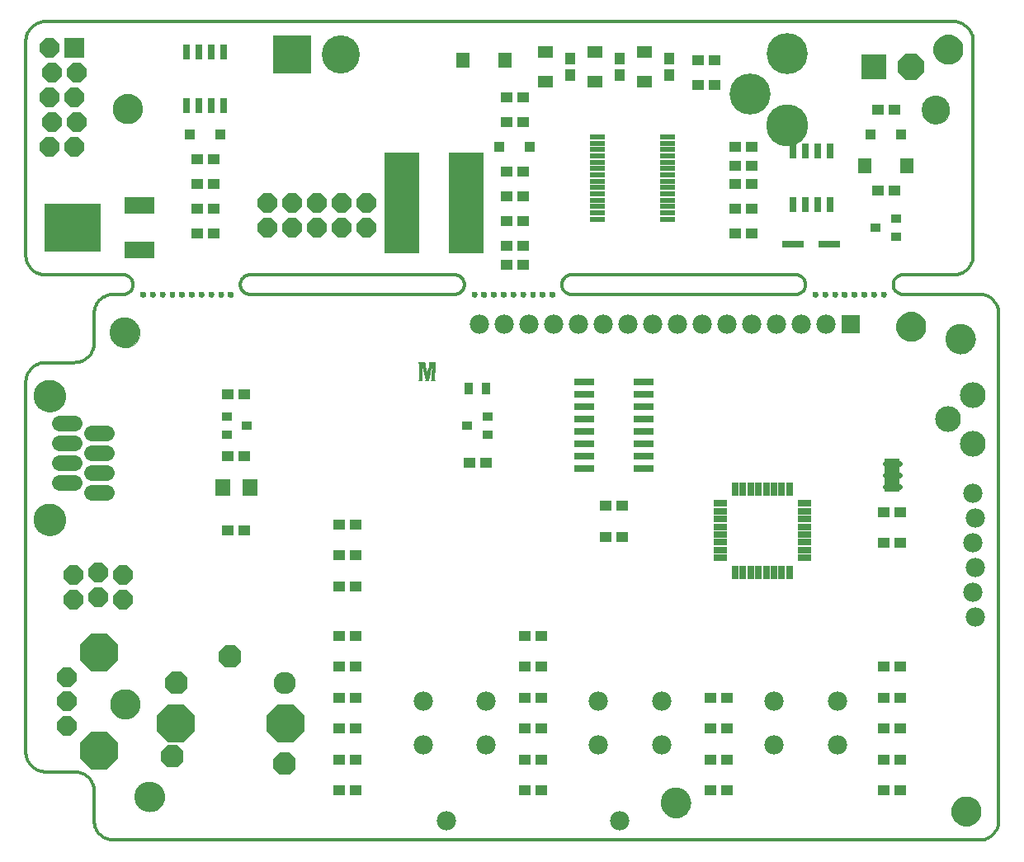
<source format=gts>
G75*
%MOIN*%
%OFA0B0*%
%FSLAX24Y24*%
%IPPOS*%
%LPD*%
%AMOC8*
5,1,8,0,0,1.08239X$1,22.5*
%
%ADD10C,0.0120*%
%ADD11C,0.0000*%
%ADD12C,0.1142*%
%ADD13C,0.0237*%
%ADD14C,0.1221*%
%ADD15C,0.0500*%
%ADD16C,0.0434*%
%ADD17OC8,0.0800*%
%ADD18R,0.0800X0.0800*%
%ADD19R,0.0394X0.0414*%
%ADD20R,0.0473X0.0434*%
%ADD21R,0.0280X0.0640*%
%ADD22R,0.0540X0.0619*%
%ADD23R,0.0631X0.0197*%
%ADD24R,0.0434X0.0473*%
%ADD25R,0.0591X0.0512*%
%ADD26R,0.0906X0.0296*%
%ADD27R,0.1420X0.4060*%
%ADD28OC8,0.0780*%
%ADD29R,0.1540X0.1540*%
%ADD30C,0.1540*%
%ADD31R,0.1221X0.0670*%
%ADD32R,0.2290X0.1940*%
%ADD33OC8,0.1040*%
%ADD34R,0.1040X0.1040*%
%ADD35R,0.0394X0.0355*%
%ADD36R,0.0003X0.0003*%
%ADD37R,0.0029X0.0003*%
%ADD38R,0.0003X0.0003*%
%ADD39R,0.0044X0.0003*%
%ADD40R,0.0148X0.0003*%
%ADD41R,0.0112X0.0003*%
%ADD42R,0.0138X0.0003*%
%ADD43R,0.0159X0.0003*%
%ADD44R,0.0127X0.0003*%
%ADD45R,0.0159X0.0003*%
%ADD46R,0.0122X0.0003*%
%ADD47R,0.0156X0.0003*%
%ADD48R,0.0161X0.0003*%
%ADD49R,0.0161X0.0003*%
%ADD50R,0.0130X0.0003*%
%ADD51R,0.0161X0.0003*%
%ADD52R,0.0133X0.0003*%
%ADD53R,0.0164X0.0003*%
%ADD54R,0.0133X0.0003*%
%ADD55R,0.0135X0.0003*%
%ADD56R,0.0164X0.0003*%
%ADD57R,0.0138X0.0003*%
%ADD58R,0.0143X0.0003*%
%ADD59R,0.0140X0.0003*%
%ADD60R,0.0161X0.0003*%
%ADD61R,0.0164X0.0003*%
%ADD62R,0.0146X0.0003*%
%ADD63R,0.0146X0.0003*%
%ADD64R,0.0148X0.0003*%
%ADD65R,0.0164X0.0003*%
%ADD66R,0.0151X0.0003*%
%ADD67R,0.0153X0.0003*%
%ADD68R,0.0151X0.0003*%
%ADD69R,0.0153X0.0003*%
%ADD70R,0.0153X0.0003*%
%ADD71R,0.0156X0.0003*%
%ADD72R,0.0156X0.0003*%
%ADD73R,0.0166X0.0003*%
%ADD74R,0.0166X0.0003*%
%ADD75R,0.0169X0.0003*%
%ADD76R,0.0172X0.0003*%
%ADD77R,0.0174X0.0003*%
%ADD78R,0.0169X0.0003*%
%ADD79R,0.0179X0.0003*%
%ADD80R,0.0179X0.0003*%
%ADD81R,0.0185X0.0003*%
%ADD82R,0.0182X0.0003*%
%ADD83R,0.0185X0.0003*%
%ADD84R,0.0190X0.0003*%
%ADD85R,0.0192X0.0003*%
%ADD86R,0.0195X0.0003*%
%ADD87R,0.0198X0.0003*%
%ADD88R,0.0200X0.0003*%
%ADD89R,0.0203X0.0003*%
%ADD90R,0.0200X0.0003*%
%ADD91R,0.0203X0.0003*%
%ADD92R,0.0205X0.0003*%
%ADD93R,0.0205X0.0003*%
%ADD94R,0.0208X0.0003*%
%ADD95R,0.0208X0.0003*%
%ADD96R,0.0211X0.0003*%
%ADD97R,0.0213X0.0003*%
%ADD98R,0.0213X0.0003*%
%ADD99R,0.0216X0.0003*%
%ADD100R,0.0216X0.0003*%
%ADD101R,0.0218X0.0003*%
%ADD102R,0.0221X0.0003*%
%ADD103R,0.0221X0.0003*%
%ADD104R,0.0221X0.0003*%
%ADD105R,0.0224X0.0003*%
%ADD106R,0.0226X0.0003*%
%ADD107R,0.0226X0.0003*%
%ADD108R,0.0231X0.0003*%
%ADD109R,0.0229X0.0003*%
%ADD110R,0.0231X0.0003*%
%ADD111R,0.0234X0.0003*%
%ADD112R,0.0237X0.0003*%
%ADD113R,0.0239X0.0003*%
%ADD114R,0.0156X0.0003*%
%ADD115R,0.0242X0.0003*%
%ADD116R,0.0239X0.0003*%
%ADD117R,0.0242X0.0003*%
%ADD118R,0.0244X0.0003*%
%ADD119R,0.0244X0.0003*%
%ADD120R,0.0247X0.0003*%
%ADD121R,0.0250X0.0003*%
%ADD122R,0.0250X0.0003*%
%ADD123R,0.0252X0.0003*%
%ADD124R,0.0153X0.0003*%
%ADD125R,0.0252X0.0003*%
%ADD126R,0.0255X0.0003*%
%ADD127R,0.0255X0.0003*%
%ADD128R,0.0257X0.0003*%
%ADD129R,0.0257X0.0003*%
%ADD130R,0.0260X0.0003*%
%ADD131R,0.0260X0.0003*%
%ADD132R,0.0263X0.0003*%
%ADD133R,0.0265X0.0003*%
%ADD134R,0.0265X0.0003*%
%ADD135R,0.0268X0.0003*%
%ADD136R,0.0133X0.0003*%
%ADD137R,0.0127X0.0003*%
%ADD138R,0.0130X0.0003*%
%ADD139R,0.0127X0.0003*%
%ADD140R,0.0127X0.0003*%
%ADD141R,0.0125X0.0003*%
%ADD142R,0.0125X0.0003*%
%ADD143R,0.0125X0.0003*%
%ADD144R,0.0122X0.0003*%
%ADD145R,0.0125X0.0003*%
%ADD146R,0.0133X0.0003*%
%ADD147R,0.0296X0.0003*%
%ADD148R,0.0296X0.0003*%
%ADD149R,0.0294X0.0003*%
%ADD150R,0.0296X0.0003*%
%ADD151R,0.0294X0.0003*%
%ADD152R,0.0294X0.0003*%
%ADD153R,0.0294X0.0003*%
%ADD154R,0.0291X0.0003*%
%ADD155R,0.0291X0.0003*%
%ADD156R,0.0289X0.0003*%
%ADD157R,0.0289X0.0003*%
%ADD158R,0.0286X0.0003*%
%ADD159R,0.0286X0.0003*%
%ADD160R,0.0286X0.0003*%
%ADD161R,0.0286X0.0003*%
%ADD162R,0.0283X0.0003*%
%ADD163R,0.0283X0.0003*%
%ADD164R,0.0281X0.0003*%
%ADD165R,0.0278X0.0003*%
%ADD166R,0.0281X0.0003*%
%ADD167R,0.0278X0.0003*%
%ADD168R,0.0278X0.0003*%
%ADD169R,0.0276X0.0003*%
%ADD170R,0.0278X0.0003*%
%ADD171R,0.0276X0.0003*%
%ADD172R,0.0273X0.0003*%
%ADD173R,0.0273X0.0003*%
%ADD174R,0.0273X0.0003*%
%ADD175R,0.0273X0.0003*%
%ADD176R,0.0270X0.0003*%
%ADD177R,0.0270X0.0003*%
%ADD178R,0.0268X0.0003*%
%ADD179R,0.0268X0.0003*%
%ADD180R,0.0263X0.0003*%
%ADD181R,0.0263X0.0003*%
%ADD182R,0.0263X0.0003*%
%ADD183R,0.0265X0.0003*%
%ADD184R,0.0255X0.0003*%
%ADD185R,0.0257X0.0003*%
%ADD186R,0.0247X0.0003*%
%ADD187R,0.0244X0.0003*%
%ADD188R,0.0237X0.0003*%
%ADD189R,0.0237X0.0003*%
%ADD190R,0.0003X0.0003*%
%ADD191R,0.0003X0.0003*%
%ADD192R,0.0190X0.0003*%
%ADD193R,0.0780X0.0780*%
%ADD194C,0.0780*%
%ADD195R,0.0540X0.0260*%
%ADD196R,0.0260X0.0540*%
%ADD197C,0.0217*%
%ADD198R,0.0604X0.1376*%
%ADD199C,0.0634*%
%ADD200C,0.1300*%
%ADD201OC8,0.1540*%
%ADD202C,0.0900*%
%ADD203OC8,0.0900*%
%ADD204R,0.0591X0.0670*%
%ADD205R,0.0840X0.0300*%
%ADD206R,0.0355X0.0512*%
%ADD207C,0.1040*%
%ADD208C,0.1700*%
%ADD209C,0.1660*%
D10*
X007011Y006459D02*
X007011Y021420D01*
X007013Y021474D01*
X007018Y021527D01*
X007027Y021580D01*
X007040Y021632D01*
X007056Y021684D01*
X007076Y021734D01*
X007099Y021782D01*
X007126Y021829D01*
X007155Y021874D01*
X007188Y021917D01*
X007223Y021957D01*
X007261Y021995D01*
X007301Y022030D01*
X007344Y022063D01*
X007389Y022092D01*
X007436Y022119D01*
X007484Y022142D01*
X007534Y022162D01*
X007586Y022178D01*
X007638Y022191D01*
X007691Y022200D01*
X007744Y022205D01*
X007798Y022207D01*
X008979Y022207D01*
X008979Y022208D02*
X009033Y022210D01*
X009086Y022215D01*
X009139Y022224D01*
X009191Y022237D01*
X009243Y022253D01*
X009293Y022273D01*
X009341Y022296D01*
X009388Y022323D01*
X009433Y022352D01*
X009476Y022385D01*
X009516Y022420D01*
X009554Y022458D01*
X009589Y022498D01*
X009622Y022541D01*
X009651Y022586D01*
X009678Y022633D01*
X009701Y022681D01*
X009721Y022731D01*
X009737Y022783D01*
X009750Y022835D01*
X009759Y022888D01*
X009764Y022941D01*
X009766Y022995D01*
X009767Y022995D02*
X009767Y024176D01*
X009769Y024230D01*
X009774Y024283D01*
X009783Y024336D01*
X009796Y024388D01*
X009812Y024440D01*
X009832Y024490D01*
X009855Y024538D01*
X009882Y024585D01*
X009911Y024630D01*
X009944Y024673D01*
X009979Y024713D01*
X010017Y024751D01*
X010057Y024786D01*
X010100Y024819D01*
X010145Y024848D01*
X010192Y024875D01*
X010240Y024898D01*
X010290Y024918D01*
X010342Y024934D01*
X010394Y024947D01*
X010447Y024956D01*
X010500Y024961D01*
X010554Y024963D01*
X010948Y024963D01*
X010987Y024965D01*
X011025Y024971D01*
X011062Y024980D01*
X011099Y024993D01*
X011134Y025010D01*
X011167Y025029D01*
X011198Y025052D01*
X011227Y025078D01*
X011253Y025107D01*
X011276Y025138D01*
X011295Y025171D01*
X011312Y025206D01*
X011325Y025243D01*
X011334Y025280D01*
X011340Y025318D01*
X011342Y025357D01*
X011340Y025396D01*
X011334Y025434D01*
X011325Y025471D01*
X011312Y025508D01*
X011295Y025543D01*
X011276Y025576D01*
X011253Y025607D01*
X011227Y025636D01*
X011198Y025662D01*
X011167Y025685D01*
X011134Y025704D01*
X011099Y025721D01*
X011062Y025734D01*
X011025Y025743D01*
X010987Y025749D01*
X010948Y025751D01*
X007798Y025751D01*
X007744Y025753D01*
X007691Y025758D01*
X007638Y025767D01*
X007586Y025780D01*
X007534Y025796D01*
X007484Y025816D01*
X007436Y025839D01*
X007389Y025866D01*
X007344Y025895D01*
X007301Y025928D01*
X007261Y025963D01*
X007223Y026001D01*
X007188Y026041D01*
X007155Y026084D01*
X007126Y026129D01*
X007099Y026176D01*
X007076Y026224D01*
X007056Y026274D01*
X007040Y026326D01*
X007027Y026378D01*
X007018Y026431D01*
X007013Y026484D01*
X007011Y026538D01*
X007011Y035199D01*
X007013Y035253D01*
X007018Y035306D01*
X007027Y035359D01*
X007040Y035411D01*
X007056Y035463D01*
X007076Y035513D01*
X007099Y035561D01*
X007126Y035608D01*
X007155Y035653D01*
X007188Y035696D01*
X007223Y035736D01*
X007261Y035774D01*
X007301Y035809D01*
X007344Y035842D01*
X007389Y035871D01*
X007436Y035898D01*
X007484Y035921D01*
X007534Y035941D01*
X007586Y035957D01*
X007638Y035970D01*
X007691Y035979D01*
X007744Y035984D01*
X007798Y035986D01*
X007798Y035987D02*
X044491Y035987D01*
X044491Y035986D02*
X044545Y035984D01*
X044598Y035979D01*
X044651Y035970D01*
X044703Y035957D01*
X044755Y035941D01*
X044805Y035921D01*
X044853Y035898D01*
X044900Y035871D01*
X044945Y035842D01*
X044988Y035809D01*
X045028Y035774D01*
X045066Y035736D01*
X045101Y035696D01*
X045134Y035653D01*
X045163Y035608D01*
X045190Y035561D01*
X045213Y035513D01*
X045233Y035463D01*
X045249Y035411D01*
X045262Y035359D01*
X045271Y035306D01*
X045276Y035253D01*
X045278Y035199D01*
X045279Y035199D02*
X045279Y026538D01*
X045278Y026538D02*
X045276Y026484D01*
X045271Y026431D01*
X045262Y026378D01*
X045249Y026326D01*
X045233Y026274D01*
X045213Y026224D01*
X045190Y026176D01*
X045163Y026129D01*
X045134Y026084D01*
X045101Y026041D01*
X045066Y026001D01*
X045028Y025963D01*
X044988Y025928D01*
X044945Y025895D01*
X044900Y025866D01*
X044853Y025839D01*
X044805Y025816D01*
X044755Y025796D01*
X044703Y025780D01*
X044651Y025767D01*
X044598Y025758D01*
X044545Y025753D01*
X044491Y025751D01*
X042444Y025751D01*
X042405Y025749D01*
X042367Y025743D01*
X042330Y025734D01*
X042293Y025721D01*
X042258Y025704D01*
X042225Y025685D01*
X042194Y025662D01*
X042165Y025636D01*
X042139Y025607D01*
X042116Y025576D01*
X042097Y025543D01*
X042080Y025508D01*
X042067Y025471D01*
X042058Y025434D01*
X042052Y025396D01*
X042050Y025357D01*
X042052Y025318D01*
X042058Y025280D01*
X042067Y025243D01*
X042080Y025206D01*
X042097Y025171D01*
X042116Y025138D01*
X042139Y025107D01*
X042165Y025078D01*
X042194Y025052D01*
X042225Y025029D01*
X042258Y025010D01*
X042293Y024993D01*
X042330Y024980D01*
X042367Y024971D01*
X042405Y024965D01*
X042444Y024963D01*
X045594Y024963D01*
X045593Y024963D02*
X045647Y024958D01*
X045699Y024950D01*
X045751Y024938D01*
X045802Y024922D01*
X045852Y024902D01*
X045901Y024879D01*
X045947Y024853D01*
X045991Y024823D01*
X046034Y024790D01*
X046074Y024754D01*
X046111Y024716D01*
X046145Y024675D01*
X046176Y024632D01*
X046205Y024586D01*
X046229Y024539D01*
X046251Y024490D01*
X046269Y024440D01*
X046283Y024388D01*
X046293Y024336D01*
X046300Y024282D01*
X046303Y024229D01*
X046302Y024176D01*
X046302Y003703D01*
X046303Y003650D01*
X046300Y003597D01*
X046293Y003543D01*
X046283Y003491D01*
X046269Y003439D01*
X046251Y003389D01*
X046229Y003340D01*
X046205Y003293D01*
X046176Y003247D01*
X046145Y003204D01*
X046111Y003163D01*
X046074Y003125D01*
X046034Y003089D01*
X045991Y003056D01*
X045947Y003026D01*
X045901Y003000D01*
X045852Y002977D01*
X045802Y002957D01*
X045751Y002941D01*
X045699Y002929D01*
X045647Y002921D01*
X045593Y002916D01*
X045594Y002916D02*
X010554Y002916D01*
X010500Y002918D01*
X010447Y002923D01*
X010394Y002932D01*
X010342Y002945D01*
X010290Y002961D01*
X010240Y002981D01*
X010192Y003004D01*
X010145Y003031D01*
X010100Y003060D01*
X010057Y003093D01*
X010017Y003128D01*
X009979Y003166D01*
X009944Y003206D01*
X009911Y003249D01*
X009882Y003294D01*
X009855Y003341D01*
X009832Y003389D01*
X009812Y003439D01*
X009796Y003491D01*
X009783Y003543D01*
X009774Y003596D01*
X009769Y003649D01*
X009767Y003703D01*
X009767Y004884D01*
X009766Y004884D02*
X009764Y004938D01*
X009759Y004991D01*
X009750Y005044D01*
X009737Y005096D01*
X009721Y005148D01*
X009701Y005198D01*
X009678Y005246D01*
X009651Y005293D01*
X009622Y005338D01*
X009589Y005381D01*
X009554Y005421D01*
X009516Y005459D01*
X009476Y005494D01*
X009433Y005527D01*
X009388Y005556D01*
X009341Y005583D01*
X009293Y005606D01*
X009243Y005626D01*
X009191Y005642D01*
X009139Y005655D01*
X009086Y005664D01*
X009033Y005669D01*
X008979Y005671D01*
X008979Y005672D02*
X007798Y005672D01*
X007744Y005674D01*
X007691Y005679D01*
X007638Y005688D01*
X007586Y005701D01*
X007534Y005717D01*
X007484Y005737D01*
X007436Y005760D01*
X007389Y005787D01*
X007344Y005816D01*
X007301Y005849D01*
X007261Y005884D01*
X007223Y005922D01*
X007188Y005962D01*
X007155Y006005D01*
X007126Y006050D01*
X007099Y006097D01*
X007076Y006145D01*
X007056Y006195D01*
X007040Y006247D01*
X007027Y006299D01*
X007018Y006352D01*
X007013Y006405D01*
X007011Y006459D01*
X016066Y024963D02*
X024334Y024963D01*
X024373Y024965D01*
X024411Y024971D01*
X024448Y024980D01*
X024485Y024993D01*
X024520Y025010D01*
X024553Y025029D01*
X024584Y025052D01*
X024613Y025078D01*
X024639Y025107D01*
X024662Y025138D01*
X024681Y025171D01*
X024698Y025206D01*
X024711Y025243D01*
X024720Y025280D01*
X024726Y025318D01*
X024728Y025357D01*
X024726Y025396D01*
X024720Y025434D01*
X024711Y025471D01*
X024698Y025508D01*
X024681Y025543D01*
X024662Y025576D01*
X024639Y025607D01*
X024613Y025636D01*
X024584Y025662D01*
X024553Y025685D01*
X024520Y025704D01*
X024485Y025721D01*
X024448Y025734D01*
X024411Y025743D01*
X024373Y025749D01*
X024334Y025751D01*
X016066Y025751D01*
X015672Y025357D02*
X015674Y025318D01*
X015680Y025280D01*
X015689Y025243D01*
X015702Y025206D01*
X015719Y025171D01*
X015738Y025138D01*
X015761Y025107D01*
X015787Y025078D01*
X015816Y025052D01*
X015847Y025029D01*
X015880Y025010D01*
X015915Y024993D01*
X015952Y024980D01*
X015989Y024971D01*
X016027Y024965D01*
X016066Y024963D01*
X015672Y025357D02*
X015674Y025396D01*
X015680Y025434D01*
X015689Y025471D01*
X015702Y025508D01*
X015719Y025543D01*
X015738Y025576D01*
X015761Y025607D01*
X015787Y025636D01*
X015816Y025662D01*
X015847Y025685D01*
X015880Y025704D01*
X015915Y025721D01*
X015952Y025734D01*
X015989Y025743D01*
X016027Y025749D01*
X016066Y025751D01*
X029058Y025751D02*
X038113Y025751D01*
X038507Y025357D02*
X038505Y025318D01*
X038499Y025280D01*
X038490Y025243D01*
X038477Y025206D01*
X038460Y025171D01*
X038441Y025138D01*
X038418Y025107D01*
X038392Y025078D01*
X038363Y025052D01*
X038332Y025029D01*
X038299Y025010D01*
X038264Y024993D01*
X038227Y024980D01*
X038190Y024971D01*
X038152Y024965D01*
X038113Y024963D01*
X029058Y024963D01*
X028664Y025357D02*
X028666Y025396D01*
X028672Y025434D01*
X028681Y025471D01*
X028694Y025508D01*
X028711Y025543D01*
X028730Y025576D01*
X028753Y025607D01*
X028779Y025636D01*
X028808Y025662D01*
X028839Y025685D01*
X028872Y025704D01*
X028907Y025721D01*
X028944Y025734D01*
X028981Y025743D01*
X029019Y025749D01*
X029058Y025751D01*
X028664Y025357D02*
X028666Y025318D01*
X028672Y025280D01*
X028681Y025243D01*
X028694Y025206D01*
X028711Y025171D01*
X028730Y025138D01*
X028753Y025107D01*
X028779Y025078D01*
X028808Y025052D01*
X028839Y025029D01*
X028872Y025010D01*
X028907Y024993D01*
X028944Y024980D01*
X028981Y024971D01*
X029019Y024965D01*
X029058Y024963D01*
X038113Y025751D02*
X038152Y025749D01*
X038190Y025743D01*
X038227Y025734D01*
X038264Y025721D01*
X038299Y025704D01*
X038332Y025685D01*
X038363Y025662D01*
X038392Y025636D01*
X038418Y025607D01*
X038441Y025576D01*
X038460Y025543D01*
X038477Y025508D01*
X038490Y025471D01*
X038499Y025434D01*
X038505Y025396D01*
X038507Y025357D01*
D11*
X038803Y024963D02*
X038805Y024982D01*
X038810Y025001D01*
X038820Y025017D01*
X038832Y025032D01*
X038847Y025044D01*
X038863Y025054D01*
X038882Y025059D01*
X038901Y025061D01*
X038920Y025059D01*
X038939Y025054D01*
X038955Y025044D01*
X038970Y025032D01*
X038982Y025017D01*
X038992Y025001D01*
X038997Y024982D01*
X038999Y024963D01*
X038997Y024944D01*
X038992Y024925D01*
X038982Y024909D01*
X038970Y024894D01*
X038955Y024882D01*
X038939Y024872D01*
X038920Y024867D01*
X038901Y024865D01*
X038882Y024867D01*
X038863Y024872D01*
X038847Y024882D01*
X038832Y024894D01*
X038820Y024909D01*
X038810Y024925D01*
X038805Y024944D01*
X038803Y024963D01*
X039196Y024963D02*
X039198Y024982D01*
X039203Y025001D01*
X039213Y025017D01*
X039225Y025032D01*
X039240Y025044D01*
X039256Y025054D01*
X039275Y025059D01*
X039294Y025061D01*
X039313Y025059D01*
X039332Y025054D01*
X039348Y025044D01*
X039363Y025032D01*
X039375Y025017D01*
X039385Y025001D01*
X039390Y024982D01*
X039392Y024963D01*
X039390Y024944D01*
X039385Y024925D01*
X039375Y024909D01*
X039363Y024894D01*
X039348Y024882D01*
X039332Y024872D01*
X039313Y024867D01*
X039294Y024865D01*
X039275Y024867D01*
X039256Y024872D01*
X039240Y024882D01*
X039225Y024894D01*
X039213Y024909D01*
X039203Y024925D01*
X039198Y024944D01*
X039196Y024963D01*
X039590Y024963D02*
X039592Y024982D01*
X039597Y025001D01*
X039607Y025017D01*
X039619Y025032D01*
X039634Y025044D01*
X039650Y025054D01*
X039669Y025059D01*
X039688Y025061D01*
X039707Y025059D01*
X039726Y025054D01*
X039742Y025044D01*
X039757Y025032D01*
X039769Y025017D01*
X039779Y025001D01*
X039784Y024982D01*
X039786Y024963D01*
X039784Y024944D01*
X039779Y024925D01*
X039769Y024909D01*
X039757Y024894D01*
X039742Y024882D01*
X039726Y024872D01*
X039707Y024867D01*
X039688Y024865D01*
X039669Y024867D01*
X039650Y024872D01*
X039634Y024882D01*
X039619Y024894D01*
X039607Y024909D01*
X039597Y024925D01*
X039592Y024944D01*
X039590Y024963D01*
X039984Y024963D02*
X039986Y024982D01*
X039991Y025001D01*
X040001Y025017D01*
X040013Y025032D01*
X040028Y025044D01*
X040044Y025054D01*
X040063Y025059D01*
X040082Y025061D01*
X040101Y025059D01*
X040120Y025054D01*
X040136Y025044D01*
X040151Y025032D01*
X040163Y025017D01*
X040173Y025001D01*
X040178Y024982D01*
X040180Y024963D01*
X040178Y024944D01*
X040173Y024925D01*
X040163Y024909D01*
X040151Y024894D01*
X040136Y024882D01*
X040120Y024872D01*
X040101Y024867D01*
X040082Y024865D01*
X040063Y024867D01*
X040044Y024872D01*
X040028Y024882D01*
X040013Y024894D01*
X040001Y024909D01*
X039991Y024925D01*
X039986Y024944D01*
X039984Y024963D01*
X040377Y024963D02*
X040379Y024982D01*
X040384Y025001D01*
X040394Y025017D01*
X040406Y025032D01*
X040421Y025044D01*
X040437Y025054D01*
X040456Y025059D01*
X040475Y025061D01*
X040494Y025059D01*
X040513Y025054D01*
X040529Y025044D01*
X040544Y025032D01*
X040556Y025017D01*
X040566Y025001D01*
X040571Y024982D01*
X040573Y024963D01*
X040571Y024944D01*
X040566Y024925D01*
X040556Y024909D01*
X040544Y024894D01*
X040529Y024882D01*
X040513Y024872D01*
X040494Y024867D01*
X040475Y024865D01*
X040456Y024867D01*
X040437Y024872D01*
X040421Y024882D01*
X040406Y024894D01*
X040394Y024909D01*
X040384Y024925D01*
X040379Y024944D01*
X040377Y024963D01*
X040771Y024963D02*
X040773Y024982D01*
X040778Y025001D01*
X040788Y025017D01*
X040800Y025032D01*
X040815Y025044D01*
X040831Y025054D01*
X040850Y025059D01*
X040869Y025061D01*
X040888Y025059D01*
X040907Y025054D01*
X040923Y025044D01*
X040938Y025032D01*
X040950Y025017D01*
X040960Y025001D01*
X040965Y024982D01*
X040967Y024963D01*
X040965Y024944D01*
X040960Y024925D01*
X040950Y024909D01*
X040938Y024894D01*
X040923Y024882D01*
X040907Y024872D01*
X040888Y024867D01*
X040869Y024865D01*
X040850Y024867D01*
X040831Y024872D01*
X040815Y024882D01*
X040800Y024894D01*
X040788Y024909D01*
X040778Y024925D01*
X040773Y024944D01*
X040771Y024963D01*
X041165Y024963D02*
X041167Y024982D01*
X041172Y025001D01*
X041182Y025017D01*
X041194Y025032D01*
X041209Y025044D01*
X041225Y025054D01*
X041244Y025059D01*
X041263Y025061D01*
X041282Y025059D01*
X041301Y025054D01*
X041317Y025044D01*
X041332Y025032D01*
X041344Y025017D01*
X041354Y025001D01*
X041359Y024982D01*
X041361Y024963D01*
X041359Y024944D01*
X041354Y024925D01*
X041344Y024909D01*
X041332Y024894D01*
X041317Y024882D01*
X041301Y024872D01*
X041282Y024867D01*
X041263Y024865D01*
X041244Y024867D01*
X041225Y024872D01*
X041209Y024882D01*
X041194Y024894D01*
X041182Y024909D01*
X041172Y024925D01*
X041167Y024944D01*
X041165Y024963D01*
X041558Y024963D02*
X041560Y024982D01*
X041565Y025001D01*
X041575Y025017D01*
X041587Y025032D01*
X041602Y025044D01*
X041618Y025054D01*
X041637Y025059D01*
X041656Y025061D01*
X041675Y025059D01*
X041694Y025054D01*
X041710Y025044D01*
X041725Y025032D01*
X041737Y025017D01*
X041747Y025001D01*
X041752Y024982D01*
X041754Y024963D01*
X041752Y024944D01*
X041747Y024925D01*
X041737Y024909D01*
X041725Y024894D01*
X041710Y024882D01*
X041694Y024872D01*
X041675Y024867D01*
X041656Y024865D01*
X041637Y024867D01*
X041618Y024872D01*
X041602Y024882D01*
X041587Y024894D01*
X041575Y024909D01*
X041565Y024925D01*
X041560Y024944D01*
X041558Y024963D01*
X044170Y023166D02*
X044172Y023214D01*
X044178Y023262D01*
X044188Y023309D01*
X044201Y023355D01*
X044219Y023400D01*
X044239Y023444D01*
X044264Y023486D01*
X044292Y023525D01*
X044322Y023562D01*
X044356Y023596D01*
X044393Y023628D01*
X044431Y023657D01*
X044472Y023682D01*
X044515Y023704D01*
X044560Y023722D01*
X044606Y023736D01*
X044653Y023747D01*
X044701Y023754D01*
X044749Y023757D01*
X044797Y023756D01*
X044845Y023751D01*
X044893Y023742D01*
X044939Y023730D01*
X044984Y023713D01*
X045028Y023693D01*
X045070Y023670D01*
X045110Y023643D01*
X045148Y023613D01*
X045183Y023580D01*
X045215Y023544D01*
X045245Y023506D01*
X045271Y023465D01*
X045293Y023422D01*
X045313Y023378D01*
X045328Y023333D01*
X045340Y023286D01*
X045348Y023238D01*
X045352Y023190D01*
X045352Y023142D01*
X045348Y023094D01*
X045340Y023046D01*
X045328Y022999D01*
X045313Y022954D01*
X045293Y022910D01*
X045271Y022867D01*
X045245Y022826D01*
X045215Y022788D01*
X045183Y022752D01*
X045148Y022719D01*
X045110Y022689D01*
X045070Y022662D01*
X045028Y022639D01*
X044984Y022619D01*
X044939Y022602D01*
X044893Y022590D01*
X044845Y022581D01*
X044797Y022576D01*
X044749Y022575D01*
X044701Y022578D01*
X044653Y022585D01*
X044606Y022596D01*
X044560Y022610D01*
X044515Y022628D01*
X044472Y022650D01*
X044431Y022675D01*
X044393Y022704D01*
X044356Y022736D01*
X044322Y022770D01*
X044292Y022807D01*
X044264Y022846D01*
X044239Y022888D01*
X044219Y022932D01*
X044201Y022977D01*
X044188Y023023D01*
X044178Y023070D01*
X044172Y023118D01*
X044170Y023166D01*
X043210Y032416D02*
X043212Y032463D01*
X043218Y032509D01*
X043228Y032555D01*
X043241Y032600D01*
X043259Y032643D01*
X043280Y032685D01*
X043304Y032725D01*
X043332Y032762D01*
X043363Y032797D01*
X043397Y032830D01*
X043433Y032859D01*
X043472Y032885D01*
X043513Y032908D01*
X043556Y032927D01*
X043600Y032943D01*
X043645Y032955D01*
X043691Y032963D01*
X043738Y032967D01*
X043784Y032967D01*
X043831Y032963D01*
X043877Y032955D01*
X043922Y032943D01*
X043966Y032927D01*
X044009Y032908D01*
X044050Y032885D01*
X044089Y032859D01*
X044125Y032830D01*
X044159Y032797D01*
X044190Y032762D01*
X044218Y032725D01*
X044242Y032685D01*
X044263Y032643D01*
X044281Y032600D01*
X044294Y032555D01*
X044304Y032509D01*
X044310Y032463D01*
X044312Y032416D01*
X044310Y032369D01*
X044304Y032323D01*
X044294Y032277D01*
X044281Y032232D01*
X044263Y032189D01*
X044242Y032147D01*
X044218Y032107D01*
X044190Y032070D01*
X044159Y032035D01*
X044125Y032002D01*
X044089Y031973D01*
X044050Y031947D01*
X044009Y031924D01*
X043966Y031905D01*
X043922Y031889D01*
X043877Y031877D01*
X043831Y031869D01*
X043784Y031865D01*
X043738Y031865D01*
X043691Y031869D01*
X043645Y031877D01*
X043600Y031889D01*
X043556Y031905D01*
X043513Y031924D01*
X043472Y031947D01*
X043433Y031973D01*
X043397Y032002D01*
X043363Y032035D01*
X043332Y032070D01*
X043304Y032107D01*
X043280Y032147D01*
X043259Y032189D01*
X043241Y032232D01*
X043228Y032277D01*
X043218Y032323D01*
X043212Y032369D01*
X043210Y032416D01*
X028173Y024963D02*
X028175Y024982D01*
X028180Y025001D01*
X028190Y025017D01*
X028202Y025032D01*
X028217Y025044D01*
X028233Y025054D01*
X028252Y025059D01*
X028271Y025061D01*
X028290Y025059D01*
X028309Y025054D01*
X028325Y025044D01*
X028340Y025032D01*
X028352Y025017D01*
X028362Y025001D01*
X028367Y024982D01*
X028369Y024963D01*
X028367Y024944D01*
X028362Y024925D01*
X028352Y024909D01*
X028340Y024894D01*
X028325Y024882D01*
X028309Y024872D01*
X028290Y024867D01*
X028271Y024865D01*
X028252Y024867D01*
X028233Y024872D01*
X028217Y024882D01*
X028202Y024894D01*
X028190Y024909D01*
X028180Y024925D01*
X028175Y024944D01*
X028173Y024963D01*
X027779Y024963D02*
X027781Y024982D01*
X027786Y025001D01*
X027796Y025017D01*
X027808Y025032D01*
X027823Y025044D01*
X027839Y025054D01*
X027858Y025059D01*
X027877Y025061D01*
X027896Y025059D01*
X027915Y025054D01*
X027931Y025044D01*
X027946Y025032D01*
X027958Y025017D01*
X027968Y025001D01*
X027973Y024982D01*
X027975Y024963D01*
X027973Y024944D01*
X027968Y024925D01*
X027958Y024909D01*
X027946Y024894D01*
X027931Y024882D01*
X027915Y024872D01*
X027896Y024867D01*
X027877Y024865D01*
X027858Y024867D01*
X027839Y024872D01*
X027823Y024882D01*
X027808Y024894D01*
X027796Y024909D01*
X027786Y024925D01*
X027781Y024944D01*
X027779Y024963D01*
X027385Y024963D02*
X027387Y024982D01*
X027392Y025001D01*
X027402Y025017D01*
X027414Y025032D01*
X027429Y025044D01*
X027445Y025054D01*
X027464Y025059D01*
X027483Y025061D01*
X027502Y025059D01*
X027521Y025054D01*
X027537Y025044D01*
X027552Y025032D01*
X027564Y025017D01*
X027574Y025001D01*
X027579Y024982D01*
X027581Y024963D01*
X027579Y024944D01*
X027574Y024925D01*
X027564Y024909D01*
X027552Y024894D01*
X027537Y024882D01*
X027521Y024872D01*
X027502Y024867D01*
X027483Y024865D01*
X027464Y024867D01*
X027445Y024872D01*
X027429Y024882D01*
X027414Y024894D01*
X027402Y024909D01*
X027392Y024925D01*
X027387Y024944D01*
X027385Y024963D01*
X026992Y024963D02*
X026994Y024982D01*
X026999Y025001D01*
X027009Y025017D01*
X027021Y025032D01*
X027036Y025044D01*
X027052Y025054D01*
X027071Y025059D01*
X027090Y025061D01*
X027109Y025059D01*
X027128Y025054D01*
X027144Y025044D01*
X027159Y025032D01*
X027171Y025017D01*
X027181Y025001D01*
X027186Y024982D01*
X027188Y024963D01*
X027186Y024944D01*
X027181Y024925D01*
X027171Y024909D01*
X027159Y024894D01*
X027144Y024882D01*
X027128Y024872D01*
X027109Y024867D01*
X027090Y024865D01*
X027071Y024867D01*
X027052Y024872D01*
X027036Y024882D01*
X027021Y024894D01*
X027009Y024909D01*
X026999Y024925D01*
X026994Y024944D01*
X026992Y024963D01*
X026598Y024963D02*
X026600Y024982D01*
X026605Y025001D01*
X026615Y025017D01*
X026627Y025032D01*
X026642Y025044D01*
X026658Y025054D01*
X026677Y025059D01*
X026696Y025061D01*
X026715Y025059D01*
X026734Y025054D01*
X026750Y025044D01*
X026765Y025032D01*
X026777Y025017D01*
X026787Y025001D01*
X026792Y024982D01*
X026794Y024963D01*
X026792Y024944D01*
X026787Y024925D01*
X026777Y024909D01*
X026765Y024894D01*
X026750Y024882D01*
X026734Y024872D01*
X026715Y024867D01*
X026696Y024865D01*
X026677Y024867D01*
X026658Y024872D01*
X026642Y024882D01*
X026627Y024894D01*
X026615Y024909D01*
X026605Y024925D01*
X026600Y024944D01*
X026598Y024963D01*
X026204Y024963D02*
X026206Y024982D01*
X026211Y025001D01*
X026221Y025017D01*
X026233Y025032D01*
X026248Y025044D01*
X026264Y025054D01*
X026283Y025059D01*
X026302Y025061D01*
X026321Y025059D01*
X026340Y025054D01*
X026356Y025044D01*
X026371Y025032D01*
X026383Y025017D01*
X026393Y025001D01*
X026398Y024982D01*
X026400Y024963D01*
X026398Y024944D01*
X026393Y024925D01*
X026383Y024909D01*
X026371Y024894D01*
X026356Y024882D01*
X026340Y024872D01*
X026321Y024867D01*
X026302Y024865D01*
X026283Y024867D01*
X026264Y024872D01*
X026248Y024882D01*
X026233Y024894D01*
X026221Y024909D01*
X026211Y024925D01*
X026206Y024944D01*
X026204Y024963D01*
X025810Y024963D02*
X025812Y024982D01*
X025817Y025001D01*
X025827Y025017D01*
X025839Y025032D01*
X025854Y025044D01*
X025870Y025054D01*
X025889Y025059D01*
X025908Y025061D01*
X025927Y025059D01*
X025946Y025054D01*
X025962Y025044D01*
X025977Y025032D01*
X025989Y025017D01*
X025999Y025001D01*
X026004Y024982D01*
X026006Y024963D01*
X026004Y024944D01*
X025999Y024925D01*
X025989Y024909D01*
X025977Y024894D01*
X025962Y024882D01*
X025946Y024872D01*
X025927Y024867D01*
X025908Y024865D01*
X025889Y024867D01*
X025870Y024872D01*
X025854Y024882D01*
X025839Y024894D01*
X025827Y024909D01*
X025817Y024925D01*
X025812Y024944D01*
X025810Y024963D01*
X025417Y024963D02*
X025419Y024982D01*
X025424Y025001D01*
X025434Y025017D01*
X025446Y025032D01*
X025461Y025044D01*
X025477Y025054D01*
X025496Y025059D01*
X025515Y025061D01*
X025534Y025059D01*
X025553Y025054D01*
X025569Y025044D01*
X025584Y025032D01*
X025596Y025017D01*
X025606Y025001D01*
X025611Y024982D01*
X025613Y024963D01*
X025611Y024944D01*
X025606Y024925D01*
X025596Y024909D01*
X025584Y024894D01*
X025569Y024882D01*
X025553Y024872D01*
X025534Y024867D01*
X025515Y024865D01*
X025496Y024867D01*
X025477Y024872D01*
X025461Y024882D01*
X025446Y024894D01*
X025434Y024909D01*
X025424Y024925D01*
X025419Y024944D01*
X025417Y024963D01*
X025023Y024963D02*
X025025Y024982D01*
X025030Y025001D01*
X025040Y025017D01*
X025052Y025032D01*
X025067Y025044D01*
X025083Y025054D01*
X025102Y025059D01*
X025121Y025061D01*
X025140Y025059D01*
X025159Y025054D01*
X025175Y025044D01*
X025190Y025032D01*
X025202Y025017D01*
X025212Y025001D01*
X025217Y024982D01*
X025219Y024963D01*
X025217Y024944D01*
X025212Y024925D01*
X025202Y024909D01*
X025190Y024894D01*
X025175Y024882D01*
X025159Y024872D01*
X025140Y024867D01*
X025121Y024865D01*
X025102Y024867D01*
X025083Y024872D01*
X025067Y024882D01*
X025052Y024894D01*
X025040Y024909D01*
X025030Y024925D01*
X025025Y024944D01*
X025023Y024963D01*
X015181Y024963D02*
X015183Y024982D01*
X015188Y025001D01*
X015198Y025017D01*
X015210Y025032D01*
X015225Y025044D01*
X015241Y025054D01*
X015260Y025059D01*
X015279Y025061D01*
X015298Y025059D01*
X015317Y025054D01*
X015333Y025044D01*
X015348Y025032D01*
X015360Y025017D01*
X015370Y025001D01*
X015375Y024982D01*
X015377Y024963D01*
X015375Y024944D01*
X015370Y024925D01*
X015360Y024909D01*
X015348Y024894D01*
X015333Y024882D01*
X015317Y024872D01*
X015298Y024867D01*
X015279Y024865D01*
X015260Y024867D01*
X015241Y024872D01*
X015225Y024882D01*
X015210Y024894D01*
X015198Y024909D01*
X015188Y024925D01*
X015183Y024944D01*
X015181Y024963D01*
X014787Y024963D02*
X014789Y024982D01*
X014794Y025001D01*
X014804Y025017D01*
X014816Y025032D01*
X014831Y025044D01*
X014847Y025054D01*
X014866Y025059D01*
X014885Y025061D01*
X014904Y025059D01*
X014923Y025054D01*
X014939Y025044D01*
X014954Y025032D01*
X014966Y025017D01*
X014976Y025001D01*
X014981Y024982D01*
X014983Y024963D01*
X014981Y024944D01*
X014976Y024925D01*
X014966Y024909D01*
X014954Y024894D01*
X014939Y024882D01*
X014923Y024872D01*
X014904Y024867D01*
X014885Y024865D01*
X014866Y024867D01*
X014847Y024872D01*
X014831Y024882D01*
X014816Y024894D01*
X014804Y024909D01*
X014794Y024925D01*
X014789Y024944D01*
X014787Y024963D01*
X014393Y024963D02*
X014395Y024982D01*
X014400Y025001D01*
X014410Y025017D01*
X014422Y025032D01*
X014437Y025044D01*
X014453Y025054D01*
X014472Y025059D01*
X014491Y025061D01*
X014510Y025059D01*
X014529Y025054D01*
X014545Y025044D01*
X014560Y025032D01*
X014572Y025017D01*
X014582Y025001D01*
X014587Y024982D01*
X014589Y024963D01*
X014587Y024944D01*
X014582Y024925D01*
X014572Y024909D01*
X014560Y024894D01*
X014545Y024882D01*
X014529Y024872D01*
X014510Y024867D01*
X014491Y024865D01*
X014472Y024867D01*
X014453Y024872D01*
X014437Y024882D01*
X014422Y024894D01*
X014410Y024909D01*
X014400Y024925D01*
X014395Y024944D01*
X014393Y024963D01*
X013999Y024963D02*
X014001Y024982D01*
X014006Y025001D01*
X014016Y025017D01*
X014028Y025032D01*
X014043Y025044D01*
X014059Y025054D01*
X014078Y025059D01*
X014097Y025061D01*
X014116Y025059D01*
X014135Y025054D01*
X014151Y025044D01*
X014166Y025032D01*
X014178Y025017D01*
X014188Y025001D01*
X014193Y024982D01*
X014195Y024963D01*
X014193Y024944D01*
X014188Y024925D01*
X014178Y024909D01*
X014166Y024894D01*
X014151Y024882D01*
X014135Y024872D01*
X014116Y024867D01*
X014097Y024865D01*
X014078Y024867D01*
X014059Y024872D01*
X014043Y024882D01*
X014028Y024894D01*
X014016Y024909D01*
X014006Y024925D01*
X014001Y024944D01*
X013999Y024963D01*
X013606Y024963D02*
X013608Y024982D01*
X013613Y025001D01*
X013623Y025017D01*
X013635Y025032D01*
X013650Y025044D01*
X013666Y025054D01*
X013685Y025059D01*
X013704Y025061D01*
X013723Y025059D01*
X013742Y025054D01*
X013758Y025044D01*
X013773Y025032D01*
X013785Y025017D01*
X013795Y025001D01*
X013800Y024982D01*
X013802Y024963D01*
X013800Y024944D01*
X013795Y024925D01*
X013785Y024909D01*
X013773Y024894D01*
X013758Y024882D01*
X013742Y024872D01*
X013723Y024867D01*
X013704Y024865D01*
X013685Y024867D01*
X013666Y024872D01*
X013650Y024882D01*
X013635Y024894D01*
X013623Y024909D01*
X013613Y024925D01*
X013608Y024944D01*
X013606Y024963D01*
X013212Y024963D02*
X013214Y024982D01*
X013219Y025001D01*
X013229Y025017D01*
X013241Y025032D01*
X013256Y025044D01*
X013272Y025054D01*
X013291Y025059D01*
X013310Y025061D01*
X013329Y025059D01*
X013348Y025054D01*
X013364Y025044D01*
X013379Y025032D01*
X013391Y025017D01*
X013401Y025001D01*
X013406Y024982D01*
X013408Y024963D01*
X013406Y024944D01*
X013401Y024925D01*
X013391Y024909D01*
X013379Y024894D01*
X013364Y024882D01*
X013348Y024872D01*
X013329Y024867D01*
X013310Y024865D01*
X013291Y024867D01*
X013272Y024872D01*
X013256Y024882D01*
X013241Y024894D01*
X013229Y024909D01*
X013219Y024925D01*
X013214Y024944D01*
X013212Y024963D01*
X012818Y024963D02*
X012820Y024982D01*
X012825Y025001D01*
X012835Y025017D01*
X012847Y025032D01*
X012862Y025044D01*
X012878Y025054D01*
X012897Y025059D01*
X012916Y025061D01*
X012935Y025059D01*
X012954Y025054D01*
X012970Y025044D01*
X012985Y025032D01*
X012997Y025017D01*
X013007Y025001D01*
X013012Y024982D01*
X013014Y024963D01*
X013012Y024944D01*
X013007Y024925D01*
X012997Y024909D01*
X012985Y024894D01*
X012970Y024882D01*
X012954Y024872D01*
X012935Y024867D01*
X012916Y024865D01*
X012897Y024867D01*
X012878Y024872D01*
X012862Y024882D01*
X012847Y024894D01*
X012835Y024909D01*
X012825Y024925D01*
X012820Y024944D01*
X012818Y024963D01*
X012425Y024963D02*
X012427Y024982D01*
X012432Y025001D01*
X012442Y025017D01*
X012454Y025032D01*
X012469Y025044D01*
X012485Y025054D01*
X012504Y025059D01*
X012523Y025061D01*
X012542Y025059D01*
X012561Y025054D01*
X012577Y025044D01*
X012592Y025032D01*
X012604Y025017D01*
X012614Y025001D01*
X012619Y024982D01*
X012621Y024963D01*
X012619Y024944D01*
X012614Y024925D01*
X012604Y024909D01*
X012592Y024894D01*
X012577Y024882D01*
X012561Y024872D01*
X012542Y024867D01*
X012523Y024865D01*
X012504Y024867D01*
X012485Y024872D01*
X012469Y024882D01*
X012454Y024894D01*
X012442Y024909D01*
X012432Y024925D01*
X012427Y024944D01*
X012425Y024963D01*
X012031Y024963D02*
X012033Y024982D01*
X012038Y025001D01*
X012048Y025017D01*
X012060Y025032D01*
X012075Y025044D01*
X012091Y025054D01*
X012110Y025059D01*
X012129Y025061D01*
X012148Y025059D01*
X012167Y025054D01*
X012183Y025044D01*
X012198Y025032D01*
X012210Y025017D01*
X012220Y025001D01*
X012225Y024982D01*
X012227Y024963D01*
X012225Y024944D01*
X012220Y024925D01*
X012210Y024909D01*
X012198Y024894D01*
X012183Y024882D01*
X012167Y024872D01*
X012148Y024867D01*
X012129Y024865D01*
X012110Y024867D01*
X012091Y024872D01*
X012075Y024882D01*
X012060Y024894D01*
X012048Y024909D01*
X012038Y024925D01*
X012033Y024944D01*
X012031Y024963D01*
X011637Y024963D02*
X011639Y024982D01*
X011644Y025001D01*
X011654Y025017D01*
X011666Y025032D01*
X011681Y025044D01*
X011697Y025054D01*
X011716Y025059D01*
X011735Y025061D01*
X011754Y025059D01*
X011773Y025054D01*
X011789Y025044D01*
X011804Y025032D01*
X011816Y025017D01*
X011826Y025001D01*
X011831Y024982D01*
X011833Y024963D01*
X011831Y024944D01*
X011826Y024925D01*
X011816Y024909D01*
X011804Y024894D01*
X011789Y024882D01*
X011773Y024872D01*
X011754Y024867D01*
X011735Y024865D01*
X011716Y024867D01*
X011697Y024872D01*
X011681Y024882D01*
X011666Y024894D01*
X011654Y024909D01*
X011644Y024925D01*
X011639Y024944D01*
X011637Y024963D01*
X010420Y023416D02*
X010422Y023464D01*
X010428Y023512D01*
X010438Y023559D01*
X010451Y023605D01*
X010469Y023650D01*
X010489Y023694D01*
X010514Y023736D01*
X010542Y023775D01*
X010572Y023812D01*
X010606Y023846D01*
X010643Y023878D01*
X010681Y023907D01*
X010722Y023932D01*
X010765Y023954D01*
X010810Y023972D01*
X010856Y023986D01*
X010903Y023997D01*
X010951Y024004D01*
X010999Y024007D01*
X011047Y024006D01*
X011095Y024001D01*
X011143Y023992D01*
X011189Y023980D01*
X011234Y023963D01*
X011278Y023943D01*
X011320Y023920D01*
X011360Y023893D01*
X011398Y023863D01*
X011433Y023830D01*
X011465Y023794D01*
X011495Y023756D01*
X011521Y023715D01*
X011543Y023672D01*
X011563Y023628D01*
X011578Y023583D01*
X011590Y023536D01*
X011598Y023488D01*
X011602Y023440D01*
X011602Y023392D01*
X011598Y023344D01*
X011590Y023296D01*
X011578Y023249D01*
X011563Y023204D01*
X011543Y023160D01*
X011521Y023117D01*
X011495Y023076D01*
X011465Y023038D01*
X011433Y023002D01*
X011398Y022969D01*
X011360Y022939D01*
X011320Y022912D01*
X011278Y022889D01*
X011234Y022869D01*
X011189Y022852D01*
X011143Y022840D01*
X011095Y022831D01*
X011047Y022826D01*
X010999Y022825D01*
X010951Y022828D01*
X010903Y022835D01*
X010856Y022846D01*
X010810Y022860D01*
X010765Y022878D01*
X010722Y022900D01*
X010681Y022925D01*
X010643Y022954D01*
X010606Y022986D01*
X010572Y023020D01*
X010542Y023057D01*
X010514Y023096D01*
X010489Y023138D01*
X010469Y023182D01*
X010451Y023227D01*
X010438Y023273D01*
X010428Y023320D01*
X010422Y023368D01*
X010420Y023416D01*
X007341Y020863D02*
X007343Y020913D01*
X007349Y020963D01*
X007359Y021012D01*
X007373Y021060D01*
X007390Y021107D01*
X007411Y021152D01*
X007436Y021196D01*
X007464Y021237D01*
X007496Y021276D01*
X007530Y021313D01*
X007567Y021347D01*
X007607Y021377D01*
X007649Y021404D01*
X007693Y021428D01*
X007739Y021449D01*
X007786Y021465D01*
X007834Y021478D01*
X007884Y021487D01*
X007933Y021492D01*
X007984Y021493D01*
X008034Y021490D01*
X008083Y021483D01*
X008132Y021472D01*
X008180Y021457D01*
X008226Y021439D01*
X008271Y021417D01*
X008314Y021391D01*
X008355Y021362D01*
X008394Y021330D01*
X008430Y021295D01*
X008462Y021257D01*
X008492Y021217D01*
X008519Y021174D01*
X008542Y021130D01*
X008561Y021084D01*
X008577Y021036D01*
X008589Y020987D01*
X008597Y020938D01*
X008601Y020888D01*
X008601Y020838D01*
X008597Y020788D01*
X008589Y020739D01*
X008577Y020690D01*
X008561Y020642D01*
X008542Y020596D01*
X008519Y020552D01*
X008492Y020509D01*
X008462Y020469D01*
X008430Y020431D01*
X008394Y020396D01*
X008355Y020364D01*
X008314Y020335D01*
X008271Y020309D01*
X008226Y020287D01*
X008180Y020269D01*
X008132Y020254D01*
X008083Y020243D01*
X008034Y020236D01*
X007984Y020233D01*
X007933Y020234D01*
X007884Y020239D01*
X007834Y020248D01*
X007786Y020261D01*
X007739Y020277D01*
X007693Y020298D01*
X007649Y020322D01*
X007607Y020349D01*
X007567Y020379D01*
X007530Y020413D01*
X007496Y020450D01*
X007464Y020489D01*
X007436Y020530D01*
X007411Y020574D01*
X007390Y020619D01*
X007373Y020666D01*
X007359Y020714D01*
X007349Y020763D01*
X007343Y020813D01*
X007341Y020863D01*
X007341Y015863D02*
X007343Y015913D01*
X007349Y015963D01*
X007359Y016012D01*
X007373Y016060D01*
X007390Y016107D01*
X007411Y016152D01*
X007436Y016196D01*
X007464Y016237D01*
X007496Y016276D01*
X007530Y016313D01*
X007567Y016347D01*
X007607Y016377D01*
X007649Y016404D01*
X007693Y016428D01*
X007739Y016449D01*
X007786Y016465D01*
X007834Y016478D01*
X007884Y016487D01*
X007933Y016492D01*
X007984Y016493D01*
X008034Y016490D01*
X008083Y016483D01*
X008132Y016472D01*
X008180Y016457D01*
X008226Y016439D01*
X008271Y016417D01*
X008314Y016391D01*
X008355Y016362D01*
X008394Y016330D01*
X008430Y016295D01*
X008462Y016257D01*
X008492Y016217D01*
X008519Y016174D01*
X008542Y016130D01*
X008561Y016084D01*
X008577Y016036D01*
X008589Y015987D01*
X008597Y015938D01*
X008601Y015888D01*
X008601Y015838D01*
X008597Y015788D01*
X008589Y015739D01*
X008577Y015690D01*
X008561Y015642D01*
X008542Y015596D01*
X008519Y015552D01*
X008492Y015509D01*
X008462Y015469D01*
X008430Y015431D01*
X008394Y015396D01*
X008355Y015364D01*
X008314Y015335D01*
X008271Y015309D01*
X008226Y015287D01*
X008180Y015269D01*
X008132Y015254D01*
X008083Y015243D01*
X008034Y015236D01*
X007984Y015233D01*
X007933Y015234D01*
X007884Y015239D01*
X007834Y015248D01*
X007786Y015261D01*
X007739Y015277D01*
X007693Y015298D01*
X007649Y015322D01*
X007607Y015349D01*
X007567Y015379D01*
X007530Y015413D01*
X007496Y015450D01*
X007464Y015489D01*
X007436Y015530D01*
X007411Y015574D01*
X007390Y015619D01*
X007373Y015666D01*
X007359Y015714D01*
X007349Y015763D01*
X007343Y015813D01*
X007341Y015863D01*
X011420Y004666D02*
X011422Y004714D01*
X011428Y004762D01*
X011438Y004809D01*
X011451Y004855D01*
X011469Y004900D01*
X011489Y004944D01*
X011514Y004986D01*
X011542Y005025D01*
X011572Y005062D01*
X011606Y005096D01*
X011643Y005128D01*
X011681Y005157D01*
X011722Y005182D01*
X011765Y005204D01*
X011810Y005222D01*
X011856Y005236D01*
X011903Y005247D01*
X011951Y005254D01*
X011999Y005257D01*
X012047Y005256D01*
X012095Y005251D01*
X012143Y005242D01*
X012189Y005230D01*
X012234Y005213D01*
X012278Y005193D01*
X012320Y005170D01*
X012360Y005143D01*
X012398Y005113D01*
X012433Y005080D01*
X012465Y005044D01*
X012495Y005006D01*
X012521Y004965D01*
X012543Y004922D01*
X012563Y004878D01*
X012578Y004833D01*
X012590Y004786D01*
X012598Y004738D01*
X012602Y004690D01*
X012602Y004642D01*
X012598Y004594D01*
X012590Y004546D01*
X012578Y004499D01*
X012563Y004454D01*
X012543Y004410D01*
X012521Y004367D01*
X012495Y004326D01*
X012465Y004288D01*
X012433Y004252D01*
X012398Y004219D01*
X012360Y004189D01*
X012320Y004162D01*
X012278Y004139D01*
X012234Y004119D01*
X012189Y004102D01*
X012143Y004090D01*
X012095Y004081D01*
X012047Y004076D01*
X011999Y004075D01*
X011951Y004078D01*
X011903Y004085D01*
X011856Y004096D01*
X011810Y004110D01*
X011765Y004128D01*
X011722Y004150D01*
X011681Y004175D01*
X011643Y004204D01*
X011606Y004236D01*
X011572Y004270D01*
X011542Y004307D01*
X011514Y004346D01*
X011489Y004388D01*
X011469Y004432D01*
X011451Y004477D01*
X011438Y004523D01*
X011428Y004570D01*
X011422Y004618D01*
X011420Y004666D01*
X032670Y004416D02*
X032672Y004464D01*
X032678Y004512D01*
X032688Y004559D01*
X032701Y004605D01*
X032719Y004650D01*
X032739Y004694D01*
X032764Y004736D01*
X032792Y004775D01*
X032822Y004812D01*
X032856Y004846D01*
X032893Y004878D01*
X032931Y004907D01*
X032972Y004932D01*
X033015Y004954D01*
X033060Y004972D01*
X033106Y004986D01*
X033153Y004997D01*
X033201Y005004D01*
X033249Y005007D01*
X033297Y005006D01*
X033345Y005001D01*
X033393Y004992D01*
X033439Y004980D01*
X033484Y004963D01*
X033528Y004943D01*
X033570Y004920D01*
X033610Y004893D01*
X033648Y004863D01*
X033683Y004830D01*
X033715Y004794D01*
X033745Y004756D01*
X033771Y004715D01*
X033793Y004672D01*
X033813Y004628D01*
X033828Y004583D01*
X033840Y004536D01*
X033848Y004488D01*
X033852Y004440D01*
X033852Y004392D01*
X033848Y004344D01*
X033840Y004296D01*
X033828Y004249D01*
X033813Y004204D01*
X033793Y004160D01*
X033771Y004117D01*
X033745Y004076D01*
X033715Y004038D01*
X033683Y004002D01*
X033648Y003969D01*
X033610Y003939D01*
X033570Y003912D01*
X033528Y003889D01*
X033484Y003869D01*
X033439Y003852D01*
X033393Y003840D01*
X033345Y003831D01*
X033297Y003826D01*
X033249Y003825D01*
X033201Y003828D01*
X033153Y003835D01*
X033106Y003846D01*
X033060Y003860D01*
X033015Y003878D01*
X032972Y003900D01*
X032931Y003925D01*
X032893Y003954D01*
X032856Y003986D01*
X032822Y004020D01*
X032792Y004057D01*
X032764Y004096D01*
X032739Y004138D01*
X032719Y004182D01*
X032701Y004227D01*
X032688Y004273D01*
X032678Y004320D01*
X032672Y004368D01*
X032670Y004416D01*
D12*
X043761Y032416D03*
D13*
X041656Y024963D03*
X041263Y024963D03*
X040869Y024963D03*
X040475Y024963D03*
X040082Y024963D03*
X039688Y024963D03*
X039294Y024963D03*
X038901Y024963D03*
X028271Y024963D03*
X027877Y024963D03*
X027483Y024963D03*
X027090Y024963D03*
X026696Y024963D03*
X026302Y024963D03*
X025908Y024963D03*
X025515Y024963D03*
X025121Y024963D03*
X015279Y024963D03*
X014885Y024963D03*
X014491Y024963D03*
X014097Y024963D03*
X013704Y024963D03*
X013310Y024963D03*
X012916Y024963D03*
X012523Y024963D03*
X012129Y024963D03*
X011735Y024963D03*
D14*
X011011Y023416D03*
X012011Y004666D03*
X033261Y004416D03*
X044761Y023166D03*
D15*
X042407Y023666D02*
X042409Y023703D01*
X042415Y023740D01*
X042424Y023775D01*
X042438Y023810D01*
X042454Y023843D01*
X042475Y023874D01*
X042498Y023903D01*
X042524Y023929D01*
X042553Y023952D01*
X042584Y023973D01*
X042617Y023989D01*
X042652Y024003D01*
X042687Y024012D01*
X042724Y024018D01*
X042761Y024020D01*
X042798Y024018D01*
X042835Y024012D01*
X042870Y024003D01*
X042905Y023989D01*
X042938Y023973D01*
X042969Y023952D01*
X042998Y023929D01*
X043024Y023903D01*
X043047Y023874D01*
X043068Y023843D01*
X043084Y023810D01*
X043098Y023775D01*
X043107Y023740D01*
X043113Y023703D01*
X043115Y023666D01*
X043113Y023629D01*
X043107Y023592D01*
X043098Y023557D01*
X043084Y023522D01*
X043068Y023489D01*
X043047Y023458D01*
X043024Y023429D01*
X042998Y023403D01*
X042969Y023380D01*
X042938Y023359D01*
X042905Y023343D01*
X042870Y023329D01*
X042835Y023320D01*
X042798Y023314D01*
X042761Y023312D01*
X042724Y023314D01*
X042687Y023320D01*
X042652Y023329D01*
X042617Y023343D01*
X042584Y023359D01*
X042553Y023380D01*
X042524Y023403D01*
X042498Y023429D01*
X042475Y023458D01*
X042454Y023489D01*
X042438Y023522D01*
X042424Y023557D01*
X042415Y023592D01*
X042409Y023629D01*
X042407Y023666D01*
X043907Y034866D02*
X043909Y034903D01*
X043915Y034940D01*
X043924Y034975D01*
X043938Y035010D01*
X043954Y035043D01*
X043975Y035074D01*
X043998Y035103D01*
X044024Y035129D01*
X044053Y035152D01*
X044084Y035173D01*
X044117Y035189D01*
X044152Y035203D01*
X044187Y035212D01*
X044224Y035218D01*
X044261Y035220D01*
X044298Y035218D01*
X044335Y035212D01*
X044370Y035203D01*
X044405Y035189D01*
X044438Y035173D01*
X044469Y035152D01*
X044498Y035129D01*
X044524Y035103D01*
X044547Y035074D01*
X044568Y035043D01*
X044584Y035010D01*
X044598Y034975D01*
X044607Y034940D01*
X044613Y034903D01*
X044615Y034866D01*
X044613Y034829D01*
X044607Y034792D01*
X044598Y034757D01*
X044584Y034722D01*
X044568Y034689D01*
X044547Y034658D01*
X044524Y034629D01*
X044498Y034603D01*
X044469Y034580D01*
X044438Y034559D01*
X044405Y034543D01*
X044370Y034529D01*
X044335Y034520D01*
X044298Y034514D01*
X044261Y034512D01*
X044224Y034514D01*
X044187Y034520D01*
X044152Y034529D01*
X044117Y034543D01*
X044084Y034559D01*
X044053Y034580D01*
X044024Y034603D01*
X043998Y034629D01*
X043975Y034658D01*
X043954Y034689D01*
X043938Y034722D01*
X043924Y034757D01*
X043915Y034792D01*
X043909Y034829D01*
X043907Y034866D01*
X010757Y032466D02*
X010759Y032503D01*
X010765Y032540D01*
X010774Y032575D01*
X010788Y032610D01*
X010804Y032643D01*
X010825Y032674D01*
X010848Y032703D01*
X010874Y032729D01*
X010903Y032752D01*
X010934Y032773D01*
X010967Y032789D01*
X011002Y032803D01*
X011037Y032812D01*
X011074Y032818D01*
X011111Y032820D01*
X011148Y032818D01*
X011185Y032812D01*
X011220Y032803D01*
X011255Y032789D01*
X011288Y032773D01*
X011319Y032752D01*
X011348Y032729D01*
X011374Y032703D01*
X011397Y032674D01*
X011418Y032643D01*
X011434Y032610D01*
X011448Y032575D01*
X011457Y032540D01*
X011463Y032503D01*
X011465Y032466D01*
X011463Y032429D01*
X011457Y032392D01*
X011448Y032357D01*
X011434Y032322D01*
X011418Y032289D01*
X011397Y032258D01*
X011374Y032229D01*
X011348Y032203D01*
X011319Y032180D01*
X011288Y032159D01*
X011255Y032143D01*
X011220Y032129D01*
X011185Y032120D01*
X011148Y032114D01*
X011111Y032112D01*
X011074Y032114D01*
X011037Y032120D01*
X011002Y032129D01*
X010967Y032143D01*
X010934Y032159D01*
X010903Y032180D01*
X010874Y032203D01*
X010848Y032229D01*
X010825Y032258D01*
X010804Y032289D01*
X010788Y032322D01*
X010774Y032357D01*
X010765Y032392D01*
X010759Y032429D01*
X010757Y032466D01*
X010657Y008416D02*
X010659Y008453D01*
X010665Y008490D01*
X010674Y008525D01*
X010688Y008560D01*
X010704Y008593D01*
X010725Y008624D01*
X010748Y008653D01*
X010774Y008679D01*
X010803Y008702D01*
X010834Y008723D01*
X010867Y008739D01*
X010902Y008753D01*
X010937Y008762D01*
X010974Y008768D01*
X011011Y008770D01*
X011048Y008768D01*
X011085Y008762D01*
X011120Y008753D01*
X011155Y008739D01*
X011188Y008723D01*
X011219Y008702D01*
X011248Y008679D01*
X011274Y008653D01*
X011297Y008624D01*
X011318Y008593D01*
X011334Y008560D01*
X011348Y008525D01*
X011357Y008490D01*
X011363Y008453D01*
X011365Y008416D01*
X011363Y008379D01*
X011357Y008342D01*
X011348Y008307D01*
X011334Y008272D01*
X011318Y008239D01*
X011297Y008208D01*
X011274Y008179D01*
X011248Y008153D01*
X011219Y008130D01*
X011188Y008109D01*
X011155Y008093D01*
X011120Y008079D01*
X011085Y008070D01*
X011048Y008064D01*
X011011Y008062D01*
X010974Y008064D01*
X010937Y008070D01*
X010902Y008079D01*
X010867Y008093D01*
X010834Y008109D01*
X010803Y008130D01*
X010774Y008153D01*
X010748Y008179D01*
X010725Y008208D01*
X010704Y008239D01*
X010688Y008272D01*
X010674Y008307D01*
X010665Y008342D01*
X010659Y008379D01*
X010657Y008416D01*
X044637Y004083D02*
X044639Y004120D01*
X044645Y004157D01*
X044654Y004192D01*
X044668Y004227D01*
X044684Y004260D01*
X044705Y004291D01*
X044728Y004320D01*
X044754Y004346D01*
X044783Y004369D01*
X044814Y004390D01*
X044847Y004406D01*
X044882Y004420D01*
X044917Y004429D01*
X044954Y004435D01*
X044991Y004437D01*
X045028Y004435D01*
X045065Y004429D01*
X045100Y004420D01*
X045135Y004406D01*
X045168Y004390D01*
X045199Y004369D01*
X045228Y004346D01*
X045254Y004320D01*
X045277Y004291D01*
X045298Y004260D01*
X045314Y004227D01*
X045328Y004192D01*
X045337Y004157D01*
X045343Y004120D01*
X045345Y004083D01*
X045343Y004046D01*
X045337Y004009D01*
X045328Y003974D01*
X045314Y003939D01*
X045298Y003906D01*
X045277Y003875D01*
X045254Y003846D01*
X045228Y003820D01*
X045199Y003797D01*
X045168Y003776D01*
X045135Y003760D01*
X045100Y003746D01*
X045065Y003737D01*
X045028Y003731D01*
X044991Y003729D01*
X044954Y003731D01*
X044917Y003737D01*
X044882Y003746D01*
X044847Y003760D01*
X044814Y003776D01*
X044783Y003797D01*
X044754Y003820D01*
X044728Y003846D01*
X044705Y003875D01*
X044684Y003906D01*
X044668Y003939D01*
X044654Y003974D01*
X044645Y004009D01*
X044639Y004046D01*
X044637Y004083D01*
D16*
X044991Y004083D03*
X042761Y023666D03*
X044261Y034866D03*
X011111Y032466D03*
X011011Y008416D03*
D17*
X008668Y008510D03*
X008668Y007526D03*
X008668Y009495D03*
X008961Y030916D03*
X007961Y030916D03*
X008061Y031916D03*
X009061Y031916D03*
X008961Y032916D03*
X007961Y032916D03*
X008061Y033916D03*
X009061Y033916D03*
X007961Y034916D03*
D18*
X008961Y034916D03*
D19*
X013641Y031416D03*
X014881Y031416D03*
X026141Y030916D03*
X027381Y030916D03*
X041141Y031416D03*
X042381Y031416D03*
D20*
X042095Y032416D03*
X041426Y032416D03*
X041426Y029166D03*
X042095Y029166D03*
X036345Y029416D03*
X035676Y029416D03*
X035676Y030166D03*
X035676Y030916D03*
X036345Y030916D03*
X036345Y030166D03*
X036345Y028416D03*
X035676Y028416D03*
X035676Y027416D03*
X036345Y027416D03*
X034845Y033416D03*
X034176Y033416D03*
X034176Y034416D03*
X034845Y034416D03*
X027095Y032916D03*
X026426Y032916D03*
X026426Y031916D03*
X027095Y031916D03*
X027095Y029916D03*
X026426Y029916D03*
X026426Y028916D03*
X027095Y028916D03*
X027095Y027916D03*
X026426Y027916D03*
X026426Y026916D03*
X027095Y026916D03*
X027095Y026166D03*
X026426Y026166D03*
X025595Y018166D03*
X024926Y018166D03*
X020345Y015666D03*
X019676Y015666D03*
X019676Y014416D03*
X020345Y014416D03*
X020345Y013166D03*
X019676Y013166D03*
X019676Y011166D03*
X020345Y011166D03*
X020345Y009916D03*
X019676Y009916D03*
X019676Y008666D03*
X020345Y008666D03*
X020345Y007416D03*
X019676Y007416D03*
X019676Y006166D03*
X020345Y006166D03*
X020345Y004916D03*
X019676Y004916D03*
X027176Y004916D03*
X027845Y004916D03*
X027845Y006166D03*
X027176Y006166D03*
X027176Y007416D03*
X027845Y007416D03*
X027845Y008666D03*
X027176Y008666D03*
X027176Y009916D03*
X027845Y009916D03*
X027845Y011166D03*
X027176Y011166D03*
X030426Y015166D03*
X031095Y015166D03*
X031095Y016416D03*
X030426Y016416D03*
X034676Y008666D03*
X035345Y008666D03*
X035345Y007416D03*
X034676Y007416D03*
X034676Y006166D03*
X035345Y006166D03*
X035345Y004916D03*
X034676Y004916D03*
X041676Y004916D03*
X042345Y004916D03*
X042345Y006166D03*
X041676Y006166D03*
X041676Y007416D03*
X042345Y007416D03*
X042345Y008666D03*
X041676Y008666D03*
X041676Y009916D03*
X042345Y009916D03*
X042345Y014916D03*
X041676Y014916D03*
X041676Y016166D03*
X042345Y016166D03*
X015845Y015416D03*
X015176Y015416D03*
X015176Y018416D03*
X015845Y018416D03*
X015845Y020916D03*
X015176Y020916D03*
X014595Y027416D03*
X013926Y027416D03*
X013926Y028416D03*
X014595Y028416D03*
X014595Y029416D03*
X013926Y029416D03*
X013926Y030416D03*
X014595Y030416D03*
D21*
X014511Y032586D03*
X015011Y032586D03*
X014011Y032586D03*
X013511Y032586D03*
X013511Y034746D03*
X014011Y034746D03*
X014511Y034746D03*
X015011Y034746D03*
X038011Y030746D03*
X038511Y030746D03*
X039011Y030746D03*
X039511Y030746D03*
X039511Y028586D03*
X039011Y028586D03*
X038511Y028586D03*
X038011Y028586D03*
D22*
X040914Y030166D03*
X042607Y030166D03*
X026357Y034416D03*
X024664Y034416D03*
D23*
X030084Y031329D03*
X030084Y031073D03*
X030084Y030817D03*
X030084Y030562D03*
X030084Y030306D03*
X030084Y030050D03*
X030084Y029794D03*
X030084Y029538D03*
X030084Y029282D03*
X030084Y029026D03*
X030084Y028770D03*
X030084Y028514D03*
X030084Y028258D03*
X030084Y028003D03*
X032938Y028003D03*
X032938Y028258D03*
X032938Y028514D03*
X032938Y028770D03*
X032938Y029026D03*
X032938Y029282D03*
X032938Y029538D03*
X032938Y029794D03*
X032938Y030050D03*
X032938Y030306D03*
X032938Y030562D03*
X032938Y030817D03*
X032938Y031073D03*
X032938Y031329D03*
D24*
X033011Y033831D03*
X033011Y034501D03*
X031011Y034501D03*
X031011Y033831D03*
X029011Y033831D03*
X029011Y034501D03*
D25*
X030011Y034756D03*
X030011Y033575D03*
X032011Y033575D03*
X032011Y034756D03*
X028011Y034756D03*
X028011Y033575D03*
D26*
X038013Y026995D03*
X039469Y026995D03*
D27*
X024811Y028666D03*
X022211Y028666D03*
D28*
X020761Y028666D03*
X019761Y028666D03*
X018761Y028666D03*
X017761Y028666D03*
X016761Y028666D03*
X016761Y027666D03*
X017761Y027666D03*
X018761Y027666D03*
X019761Y027666D03*
X020761Y027666D03*
X010942Y013630D03*
X009942Y013730D03*
X009942Y012730D03*
X010942Y012630D03*
X008942Y012630D03*
X008942Y013630D03*
D29*
X017761Y034666D03*
D30*
X019729Y034666D03*
D31*
X011601Y028564D03*
X011601Y026768D03*
D32*
X008886Y027666D03*
D33*
X042761Y034166D03*
D34*
X041261Y034166D03*
D35*
X042155Y028040D03*
X042155Y027292D03*
X041328Y027666D03*
X025655Y020040D03*
X025655Y019292D03*
X024828Y019666D03*
X015944Y019666D03*
X015117Y020040D03*
X015117Y019292D03*
D36*
X022892Y021453D03*
X022905Y021450D03*
X022941Y021450D03*
X022947Y021450D03*
X023004Y021450D03*
X023014Y021450D03*
X023019Y021450D03*
X023025Y021450D03*
X023030Y021450D03*
X023035Y021450D03*
X023162Y021453D03*
X023181Y021450D03*
X023191Y021450D03*
X023196Y021450D03*
X023201Y021450D03*
X023207Y021450D03*
X023217Y021450D03*
X023227Y021450D03*
X023238Y021450D03*
X023243Y021450D03*
X023248Y021450D03*
X023253Y021450D03*
X023264Y021450D03*
X023274Y021450D03*
X023279Y021450D03*
X023420Y021450D03*
X023425Y021450D03*
X023430Y021450D03*
X023441Y021450D03*
X023451Y021450D03*
X023456Y021450D03*
X023461Y021450D03*
X023467Y021450D03*
X023477Y021450D03*
X023487Y021450D03*
X023498Y021450D03*
X023503Y021450D03*
X023508Y021450D03*
X023513Y021450D03*
X023524Y021450D03*
X023534Y021450D03*
X023539Y021450D03*
X023552Y021453D03*
X023524Y022194D03*
X023404Y022194D03*
X023394Y022194D03*
X023383Y022194D03*
X023378Y022194D03*
X023373Y022194D03*
X023368Y022194D03*
X023321Y022188D03*
X023087Y022194D03*
X023077Y022194D03*
X023071Y022194D03*
X023066Y022194D03*
X023061Y022194D03*
D37*
X022923Y021450D03*
D38*
X022952Y021450D03*
X023009Y021450D03*
X023168Y021453D03*
X023186Y021450D03*
X023212Y021450D03*
X023222Y021450D03*
X023233Y021450D03*
X023259Y021450D03*
X023269Y021450D03*
X023407Y021453D03*
X023435Y021450D03*
X023446Y021450D03*
X023472Y021450D03*
X023482Y021450D03*
X023493Y021450D03*
X023519Y021450D03*
X023529Y021450D03*
X023399Y022194D03*
X023389Y022194D03*
X023363Y022194D03*
X023092Y022194D03*
X023082Y022194D03*
X023056Y022194D03*
D39*
X022978Y021450D03*
D40*
X022970Y021453D03*
X023225Y021499D03*
X023225Y021505D03*
D41*
X023227Y021453D03*
D42*
X023225Y021479D03*
X023480Y021453D03*
D43*
X023477Y021455D03*
X023480Y021572D03*
X023480Y021583D03*
X023480Y021593D03*
X023480Y021598D03*
X023480Y021603D03*
X023480Y021609D03*
X023480Y021619D03*
X023480Y021629D03*
X023480Y021635D03*
X023480Y021640D03*
X023480Y021645D03*
X023480Y021650D03*
X023480Y021655D03*
X023480Y021666D03*
X023480Y021676D03*
X023480Y021681D03*
X023482Y021684D03*
X023480Y021687D03*
X023482Y021694D03*
X023482Y021700D03*
X023482Y021705D03*
X023482Y021710D03*
X023482Y021715D03*
X023482Y021720D03*
X023482Y021731D03*
X023482Y021741D03*
X023482Y021746D03*
X023482Y021752D03*
X023482Y021757D03*
X023482Y021767D03*
X023482Y021778D03*
X023225Y021536D03*
X023225Y021525D03*
X022970Y021525D03*
X022970Y021520D03*
X022970Y021515D03*
X022970Y021510D03*
X022970Y021505D03*
X022970Y021499D03*
X022970Y021489D03*
X022970Y021479D03*
X022970Y021473D03*
X022970Y021468D03*
X022970Y021463D03*
X022970Y021455D03*
X022970Y021536D03*
X022970Y021546D03*
X022970Y021551D03*
X022970Y021557D03*
X022970Y021562D03*
X022970Y021572D03*
X022970Y021583D03*
X022970Y021593D03*
X022970Y021598D03*
X022967Y021601D03*
X022970Y021603D03*
X022970Y021609D03*
X022970Y021619D03*
X022970Y021629D03*
X022970Y021635D03*
X022970Y021640D03*
X022970Y021645D03*
X022970Y021650D03*
X022967Y021684D03*
X022967Y021687D03*
X022967Y021692D03*
X022967Y021694D03*
X022967Y021700D03*
X022967Y021702D03*
X022967Y021705D03*
X022967Y021710D03*
X022967Y021715D03*
X022967Y021720D03*
X022967Y021731D03*
X022967Y021741D03*
X022967Y021746D03*
X022967Y021749D03*
X022967Y021752D03*
X022967Y021757D03*
X022967Y021765D03*
X022967Y021767D03*
X022967Y021770D03*
X022967Y021778D03*
D44*
X023147Y021817D03*
X023147Y021822D03*
X023139Y021861D03*
X023139Y021863D03*
X023305Y021845D03*
X023305Y021840D03*
X023305Y021835D03*
X023298Y021806D03*
X023298Y021798D03*
X023298Y021796D03*
X023316Y021887D03*
X023324Y021915D03*
X023222Y021460D03*
X023222Y021455D03*
D45*
X023225Y021531D03*
X022970Y021531D03*
X022970Y021541D03*
X022970Y021567D03*
X022970Y021577D03*
X022970Y021588D03*
X022967Y021596D03*
X022967Y021606D03*
X022970Y021614D03*
X022970Y021624D03*
X022967Y021679D03*
X022967Y021689D03*
X022967Y021697D03*
X022967Y021726D03*
X022967Y021736D03*
X022967Y021744D03*
X022967Y021754D03*
X022967Y021762D03*
X022967Y021772D03*
X022967Y021783D03*
X022970Y021494D03*
X022970Y021484D03*
X022970Y021458D03*
X023480Y021567D03*
X023480Y021577D03*
X023480Y021588D03*
X023480Y021614D03*
X023480Y021624D03*
X023480Y021661D03*
X023480Y021671D03*
X023482Y021679D03*
X023482Y021689D03*
X023482Y021726D03*
X023482Y021736D03*
X023482Y021762D03*
X023482Y021772D03*
X023482Y021783D03*
D46*
X023222Y021458D03*
D47*
X023478Y021458D03*
X022966Y021707D03*
X022966Y021718D03*
X022966Y021791D03*
X022966Y021801D03*
X022966Y021837D03*
X022966Y021848D03*
X022966Y021874D03*
D48*
X022969Y021759D03*
X022969Y021681D03*
X022969Y021676D03*
X022969Y021674D03*
X022969Y021668D03*
X022969Y021666D03*
X022969Y021663D03*
X022969Y021658D03*
X022969Y021655D03*
X022969Y021616D03*
X022969Y021611D03*
X022969Y021590D03*
X022969Y021585D03*
X022971Y021486D03*
X022971Y021481D03*
X022971Y021471D03*
X022971Y021460D03*
X023224Y021528D03*
X023224Y021533D03*
X023481Y021648D03*
X023481Y021658D03*
X023481Y021663D03*
X023481Y021668D03*
X023481Y021674D03*
D49*
X023478Y021562D03*
X023478Y021557D03*
X023478Y021551D03*
X023478Y021546D03*
X023478Y021536D03*
X023478Y021525D03*
X023478Y021520D03*
X023478Y021515D03*
X023478Y021510D03*
X023478Y021505D03*
X023478Y021499D03*
X023478Y021489D03*
X023478Y021479D03*
X023478Y021473D03*
X023478Y021468D03*
X023478Y021463D03*
X023478Y021460D03*
D50*
X023224Y021463D03*
X023294Y021788D03*
X023299Y021804D03*
X023302Y021824D03*
X023304Y021830D03*
X023328Y021928D03*
X023133Y021897D03*
X023133Y021889D03*
X023135Y021882D03*
X023138Y021871D03*
X023140Y021850D03*
X023143Y021845D03*
X023146Y021824D03*
X023151Y021798D03*
X023153Y021793D03*
X023130Y021908D03*
X023130Y021910D03*
X023127Y021918D03*
X023125Y021928D03*
X023122Y021934D03*
X023122Y021936D03*
D51*
X022969Y021671D03*
X022969Y021661D03*
X022971Y021476D03*
X022971Y021466D03*
X023224Y021541D03*
X023481Y021642D03*
X023481Y021653D03*
D52*
X023225Y021466D03*
X023123Y021931D03*
X023329Y021939D03*
D53*
X023480Y021632D03*
X023480Y021606D03*
X023480Y021596D03*
X023480Y021559D03*
X023480Y021549D03*
X023480Y021523D03*
X023480Y021512D03*
X023480Y021502D03*
X023480Y021476D03*
X023480Y021466D03*
D54*
X023222Y021468D03*
X023324Y021918D03*
D55*
X023333Y021944D03*
X023120Y021944D03*
X023224Y021473D03*
X023224Y021471D03*
D56*
X023225Y021538D03*
X023225Y021544D03*
X023480Y021544D03*
X023480Y021538D03*
X023480Y021533D03*
X023480Y021528D03*
X023480Y021518D03*
X023480Y021507D03*
X023480Y021497D03*
X023480Y021492D03*
X023480Y021486D03*
X023480Y021481D03*
X023480Y021471D03*
X023480Y021554D03*
X023480Y021564D03*
X023480Y021570D03*
X023480Y021575D03*
X023480Y021580D03*
X023480Y021585D03*
X023480Y021590D03*
X023480Y021601D03*
X023480Y021611D03*
X023480Y021616D03*
X023480Y021622D03*
X023480Y021627D03*
X023480Y021637D03*
D57*
X023222Y021476D03*
D58*
X023225Y021481D03*
X023225Y021486D03*
X023222Y021489D03*
D59*
X023224Y021484D03*
D60*
X023478Y021484D03*
X023478Y021494D03*
X023478Y021531D03*
X023478Y021541D03*
D61*
X022970Y021544D03*
X022970Y021538D03*
X022970Y021533D03*
X022970Y021528D03*
X022970Y021518D03*
X022970Y021507D03*
X022970Y021497D03*
X022970Y021492D03*
X022970Y021554D03*
X022970Y021564D03*
X022970Y021570D03*
X022970Y021575D03*
X022970Y021580D03*
X022970Y021622D03*
X022970Y021627D03*
X022970Y021637D03*
X022970Y021648D03*
D62*
X023224Y021492D03*
D63*
X023224Y021494D03*
D64*
X023222Y021497D03*
D65*
X022970Y021502D03*
X022970Y021512D03*
X022970Y021523D03*
X022970Y021549D03*
X022970Y021559D03*
X022970Y021632D03*
X022970Y021642D03*
X022970Y021653D03*
D66*
X022964Y021921D03*
X022964Y021931D03*
X023224Y021502D03*
D67*
X023225Y021507D03*
X022965Y021798D03*
X022965Y021804D03*
X022965Y021806D03*
X022965Y021811D03*
X022965Y021814D03*
X022965Y021817D03*
X022965Y021822D03*
X022965Y021824D03*
X022965Y021830D03*
X022965Y021832D03*
X022965Y021835D03*
X022965Y021840D03*
X022965Y021845D03*
X022965Y021850D03*
X022965Y021861D03*
X022965Y021871D03*
X022965Y021876D03*
X022965Y021882D03*
X022965Y021887D03*
X022965Y021889D03*
X022965Y021895D03*
X022965Y021897D03*
X022965Y021908D03*
X022965Y021918D03*
X022965Y021923D03*
X022965Y021928D03*
X022965Y021934D03*
X022965Y021936D03*
X023485Y021918D03*
X023485Y021908D03*
X023485Y021897D03*
X023485Y021887D03*
X023485Y021882D03*
X023485Y021876D03*
X023485Y021871D03*
X023485Y021861D03*
X023485Y021850D03*
X023485Y021845D03*
X023485Y021840D03*
D68*
X023224Y021510D03*
X022964Y021900D03*
X022964Y021905D03*
X022964Y021910D03*
X022964Y021915D03*
X022964Y021926D03*
D69*
X022965Y021939D03*
X022965Y021913D03*
X022965Y021902D03*
X022965Y021892D03*
X022965Y021884D03*
X022965Y021866D03*
X022965Y021856D03*
X022965Y021827D03*
X022965Y021819D03*
X022965Y021809D03*
X023225Y021512D03*
X023485Y021856D03*
X023485Y021866D03*
X023485Y021892D03*
X023485Y021902D03*
X023485Y021913D03*
D70*
X023482Y021858D03*
X023482Y021853D03*
X023482Y021843D03*
X023482Y021832D03*
X023482Y021822D03*
X023482Y021817D03*
X023482Y021811D03*
X023482Y021806D03*
X023482Y021796D03*
X023482Y021785D03*
X023482Y021780D03*
X023482Y021775D03*
X023482Y021770D03*
X023482Y021765D03*
X023482Y021759D03*
X023482Y021749D03*
X023482Y021739D03*
X023482Y021733D03*
X023482Y021728D03*
X023222Y021515D03*
D71*
X023224Y021518D03*
X023224Y021520D03*
X023481Y021692D03*
X023481Y021702D03*
X023481Y021713D03*
X023481Y021723D03*
X023484Y021788D03*
X023484Y021793D03*
X023484Y021798D03*
X023484Y021804D03*
X023484Y021814D03*
X023484Y021824D03*
X023484Y021830D03*
X023484Y021835D03*
X023484Y021863D03*
X023484Y021869D03*
X023484Y021879D03*
X023484Y021889D03*
X023484Y021895D03*
X023484Y021900D03*
X023484Y021905D03*
X023484Y021910D03*
X023484Y021915D03*
X023484Y021923D03*
X023484Y021926D03*
X023484Y021928D03*
X023484Y021934D03*
X023484Y021936D03*
X023484Y021941D03*
X023484Y021944D03*
D72*
X023484Y021939D03*
X023484Y021931D03*
X023484Y021921D03*
X023484Y021884D03*
X023484Y021874D03*
X023484Y021819D03*
X023484Y021809D03*
X023481Y021718D03*
X023481Y021707D03*
X023481Y021697D03*
X023224Y021523D03*
D73*
X023224Y021546D03*
D74*
X023224Y021549D03*
D75*
X023225Y021551D03*
X023225Y021554D03*
X023225Y021557D03*
X023225Y021562D03*
D76*
X023224Y021559D03*
D77*
X023225Y021564D03*
X023225Y021570D03*
X023225Y021572D03*
X023225Y021575D03*
D78*
X023225Y021567D03*
D79*
X023225Y021577D03*
X023225Y021588D03*
D80*
X023225Y021583D03*
X023225Y021580D03*
D81*
X023225Y021585D03*
X023225Y021590D03*
X023225Y021601D03*
D82*
X023226Y021593D03*
D83*
X023225Y021596D03*
X023014Y022191D03*
D84*
X023225Y021609D03*
X023225Y021603D03*
X023225Y021598D03*
D85*
X023224Y021606D03*
X023224Y021614D03*
D86*
X023225Y021616D03*
X023225Y021619D03*
X023225Y021611D03*
D87*
X023224Y021622D03*
D88*
X023225Y021624D03*
D89*
X023224Y021627D03*
X023224Y021635D03*
D90*
X023225Y021629D03*
D91*
X023224Y021632D03*
D92*
X023225Y021637D03*
D93*
X023222Y021640D03*
D94*
X023224Y021642D03*
D95*
X023224Y021645D03*
D96*
X023222Y021648D03*
X023225Y021650D03*
D97*
X023224Y021653D03*
D98*
X023224Y021655D03*
D99*
X023225Y021658D03*
D100*
X023222Y021661D03*
D101*
X023224Y021663D03*
X023224Y021666D03*
D102*
X023222Y021668D03*
X023222Y021674D03*
D103*
X023225Y021671D03*
D104*
X023225Y021676D03*
D105*
X023224Y021679D03*
D106*
X023222Y021681D03*
X023222Y021687D03*
D107*
X023225Y021684D03*
X023438Y022188D03*
D108*
X023225Y021697D03*
X023222Y021689D03*
D109*
X023224Y021692D03*
D110*
X023222Y021694D03*
D111*
X023224Y021700D03*
X023224Y021702D03*
X023224Y021705D03*
D112*
X023222Y021707D03*
D113*
X023224Y021710D03*
X023224Y021713D03*
X023013Y022186D03*
D114*
X022966Y021947D03*
X022966Y021944D03*
X022966Y021941D03*
X022966Y021879D03*
X022966Y021869D03*
X022966Y021863D03*
X022966Y021858D03*
X022966Y021853D03*
X022966Y021843D03*
X022966Y021796D03*
X022966Y021793D03*
X022966Y021788D03*
X022966Y021785D03*
X022966Y021780D03*
X022966Y021775D03*
X022966Y021739D03*
X022966Y021733D03*
X022966Y021728D03*
X022966Y021723D03*
X022966Y021713D03*
D115*
X023222Y021715D03*
X023222Y021720D03*
D116*
X023224Y021718D03*
D117*
X023225Y021723D03*
X023435Y022183D03*
X023014Y022183D03*
D118*
X023437Y022181D03*
X023224Y021726D03*
D119*
X023224Y021728D03*
X023437Y022178D03*
D120*
X023435Y022175D03*
X023435Y022170D03*
X023222Y021733D03*
X023225Y021731D03*
D121*
X023224Y021736D03*
D122*
X023224Y021739D03*
X023224Y021741D03*
X023016Y022165D03*
X023434Y022165D03*
D123*
X023435Y022162D03*
X023435Y022173D03*
X023433Y022144D03*
X023014Y022162D03*
X023014Y022173D03*
X023225Y021744D03*
D124*
X023482Y021744D03*
X023482Y021754D03*
X023482Y021791D03*
X023482Y021801D03*
X023482Y021827D03*
X023482Y021837D03*
X023482Y021848D03*
D125*
X023225Y021749D03*
X023222Y021746D03*
X023433Y022139D03*
X023433Y022149D03*
X023433Y022155D03*
X023433Y022160D03*
X023435Y022168D03*
X023014Y022168D03*
D126*
X023016Y022160D03*
X023016Y022157D03*
X023016Y022155D03*
X023016Y022149D03*
X023434Y022157D03*
X023224Y021752D03*
D127*
X023224Y021754D03*
X023434Y022152D03*
D128*
X023433Y022147D03*
X023433Y022142D03*
X023433Y022136D03*
X023433Y022131D03*
X023430Y022129D03*
X023430Y022123D03*
X023430Y022118D03*
X023430Y022113D03*
X023225Y021757D03*
D129*
X023222Y021759D03*
X023017Y022142D03*
X023017Y022147D03*
D130*
X023018Y022134D03*
X023429Y022108D03*
X023432Y022126D03*
X023224Y021762D03*
D131*
X023224Y021765D03*
X023224Y021767D03*
X023432Y022121D03*
X023018Y022123D03*
X023018Y022129D03*
X023018Y022136D03*
X023018Y022139D03*
D132*
X023019Y022131D03*
X023019Y022121D03*
X023019Y022118D03*
X023022Y022113D03*
X023022Y022103D03*
X023022Y022092D03*
X023225Y021775D03*
X023225Y021770D03*
X023430Y022100D03*
X023430Y022105D03*
X023430Y022110D03*
D133*
X023224Y021772D03*
D134*
X023224Y021778D03*
X023224Y021780D03*
X023426Y022082D03*
X023429Y022095D03*
D135*
X023428Y022079D03*
X023425Y022061D03*
X023225Y021783D03*
X023025Y022087D03*
D136*
X023118Y021947D03*
X023118Y021941D03*
X023126Y021923D03*
X023136Y021876D03*
X023155Y021785D03*
X023326Y021926D03*
X023329Y021934D03*
X023331Y021941D03*
D137*
X023329Y021936D03*
X023326Y021923D03*
X023321Y021908D03*
X023318Y021900D03*
X023313Y021879D03*
X023313Y021876D03*
X023311Y021871D03*
X023311Y021861D03*
X023308Y021858D03*
X023308Y021853D03*
X023308Y021850D03*
X023303Y021832D03*
X023303Y021822D03*
X023300Y021814D03*
X023295Y021793D03*
X023292Y021785D03*
X023155Y021788D03*
X023152Y021796D03*
X023149Y021804D03*
X023149Y021806D03*
X023149Y021814D03*
X023144Y021830D03*
X023144Y021835D03*
X023144Y021840D03*
X023142Y021843D03*
X023142Y021853D03*
X023142Y021858D03*
X023136Y021869D03*
X023136Y021879D03*
X023134Y021887D03*
X023131Y021895D03*
X023131Y021900D03*
X023131Y021905D03*
X023126Y021915D03*
X023126Y021926D03*
D138*
X023130Y021902D03*
X023140Y021856D03*
X023153Y021791D03*
X023328Y021931D03*
D139*
X023321Y021913D03*
X023313Y021874D03*
X023311Y021866D03*
X023308Y021856D03*
X023308Y021848D03*
X023303Y021827D03*
X023300Y021819D03*
X023300Y021809D03*
X023295Y021791D03*
X023152Y021801D03*
X023149Y021809D03*
X023144Y021837D03*
X023142Y021848D03*
X023136Y021874D03*
X023136Y021884D03*
X023134Y021892D03*
X023126Y021921D03*
D140*
X023129Y021913D03*
X023139Y021866D03*
X023147Y021827D03*
X023147Y021819D03*
X023298Y021801D03*
X023316Y021892D03*
X023324Y021921D03*
D141*
X023322Y021910D03*
X023317Y021897D03*
X023317Y021895D03*
X023315Y021882D03*
X023307Y021843D03*
X023299Y021811D03*
X023148Y021811D03*
X023146Y021832D03*
D142*
X023302Y021817D03*
X023309Y021863D03*
X023312Y021869D03*
X023320Y021905D03*
D143*
X023315Y021884D03*
X023304Y021837D03*
D144*
X023316Y021889D03*
D145*
X023320Y021902D03*
D146*
X023121Y021939D03*
D147*
X023413Y021947D03*
D148*
X023036Y021949D03*
D149*
X023415Y021949D03*
D150*
X023036Y021952D03*
D151*
X023415Y021952D03*
X023415Y021954D03*
X023415Y021960D03*
X023415Y021965D03*
D152*
X023035Y021965D03*
X023035Y021960D03*
X023035Y021954D03*
D153*
X023035Y021957D03*
D154*
X023034Y021967D03*
X023034Y021978D03*
X023416Y021967D03*
X023416Y021957D03*
D155*
X023416Y021962D03*
X023416Y021970D03*
X023416Y021973D03*
X023034Y021973D03*
X023034Y021975D03*
X023034Y021970D03*
X023034Y021962D03*
D156*
X023032Y021980D03*
X023032Y021983D03*
X023032Y021991D03*
X023417Y021980D03*
X023417Y021975D03*
D157*
X023417Y021978D03*
X023417Y021986D03*
X023032Y021986D03*
D158*
X023419Y021988D03*
X023419Y021991D03*
X023419Y021993D03*
X023419Y021999D03*
X023419Y021983D03*
D159*
X023031Y021988D03*
X023031Y021993D03*
X023031Y021999D03*
D160*
X023031Y021996D03*
D161*
X023419Y021996D03*
D162*
X023420Y022001D03*
X023420Y022006D03*
X023420Y022012D03*
X023030Y022012D03*
X023030Y022017D03*
X023030Y022006D03*
X023030Y022001D03*
D163*
X023032Y022004D03*
X023420Y022004D03*
D164*
X023421Y022009D03*
X023421Y022017D03*
X023031Y022009D03*
D165*
X023030Y022014D03*
X023422Y022032D03*
X023422Y022043D03*
D166*
X023421Y022022D03*
X023421Y022014D03*
X023029Y022022D03*
D167*
X023030Y022019D03*
X023030Y022025D03*
X023030Y022030D03*
X023420Y022025D03*
X023422Y022027D03*
X023420Y022019D03*
X023422Y022038D03*
D168*
X023027Y022038D03*
X023027Y022048D03*
X023027Y022027D03*
D169*
X023421Y022030D03*
X023424Y022048D03*
D170*
X023027Y022043D03*
X023027Y022032D03*
D171*
X023029Y022035D03*
X023026Y022053D03*
D172*
X023422Y022045D03*
X023422Y022040D03*
X023422Y022035D03*
D173*
X023425Y022053D03*
X023425Y022058D03*
X023425Y022064D03*
X023027Y022056D03*
X023025Y022058D03*
X023025Y022064D03*
X023025Y022074D03*
X023027Y022045D03*
X023027Y022040D03*
D174*
X023027Y022051D03*
X023025Y022069D03*
X023425Y022069D03*
D175*
X023422Y022051D03*
D176*
X023424Y022056D03*
X023426Y022074D03*
D177*
X023026Y022061D03*
X023023Y022079D03*
D178*
X023025Y022077D03*
X023025Y022082D03*
X023025Y022071D03*
X023025Y022066D03*
X023425Y022066D03*
X023425Y022071D03*
X023425Y022077D03*
X023428Y022084D03*
X023428Y022090D03*
D179*
X023022Y022090D03*
X023022Y022095D03*
X023022Y022100D03*
X023022Y022084D03*
D180*
X023428Y022087D03*
X023428Y022097D03*
D181*
X023428Y022092D03*
X023428Y022103D03*
D182*
X023430Y022116D03*
X023022Y022108D03*
X023019Y022116D03*
X023019Y022126D03*
X023022Y022097D03*
D183*
X023021Y022105D03*
X023021Y022110D03*
D184*
X023432Y022134D03*
D185*
X023017Y022144D03*
X023017Y022152D03*
D186*
X023014Y022170D03*
X023014Y022175D03*
X023014Y022178D03*
D187*
X023013Y022181D03*
D188*
X023435Y022186D03*
D189*
X023012Y022188D03*
D190*
X023110Y022191D03*
X022908Y022191D03*
D191*
X022913Y022191D03*
X022918Y022191D03*
X023116Y022191D03*
X023339Y022191D03*
X023344Y022191D03*
X023542Y022191D03*
D192*
X023443Y022191D03*
D193*
X040328Y023768D03*
D194*
X039328Y023768D03*
X038328Y023768D03*
X037328Y023768D03*
X036328Y023768D03*
X035328Y023768D03*
X034328Y023768D03*
X033328Y023768D03*
X032328Y023768D03*
X031328Y023768D03*
X030328Y023768D03*
X029328Y023768D03*
X028328Y023768D03*
X027328Y023768D03*
X026328Y023768D03*
X025328Y023768D03*
X025614Y008530D03*
X025614Y006750D03*
X023054Y006750D03*
X023054Y008530D03*
X024015Y003703D03*
X030140Y006750D03*
X030140Y008530D03*
X032700Y008530D03*
X032700Y006750D03*
X031015Y003703D03*
X037227Y006750D03*
X037227Y008530D03*
X039787Y008530D03*
X039787Y006750D03*
X045379Y011920D03*
X045279Y012920D03*
X045379Y013920D03*
X045279Y014920D03*
X045379Y015920D03*
X045279Y016920D03*
D195*
X038451Y016518D03*
X038451Y016203D03*
X038451Y015888D03*
X038451Y015573D03*
X038451Y015258D03*
X038451Y014943D03*
X038451Y014629D03*
X038451Y014314D03*
X035071Y014314D03*
X035071Y014629D03*
X035071Y014943D03*
X035071Y015258D03*
X035071Y015573D03*
X035071Y015888D03*
X035071Y016203D03*
X035071Y016518D03*
D196*
X035658Y017106D03*
X035973Y017106D03*
X036288Y017106D03*
X036603Y017106D03*
X036918Y017106D03*
X037233Y017106D03*
X037548Y017106D03*
X037863Y017106D03*
X037863Y013726D03*
X037548Y013726D03*
X037233Y013726D03*
X036918Y013726D03*
X036603Y013726D03*
X036288Y013726D03*
X035973Y013726D03*
X035658Y013726D03*
D197*
X042298Y017193D02*
X042298Y017193D01*
X041724Y017193D01*
X041724Y017193D01*
X042298Y017193D01*
X042298Y017666D02*
X042298Y017666D01*
X041724Y017666D01*
X041724Y017666D01*
X042298Y017666D01*
X042298Y018138D02*
X042298Y018138D01*
X041724Y018138D01*
X041724Y018138D01*
X042298Y018138D01*
D198*
X042012Y017665D03*
D199*
X010266Y017763D02*
X009671Y017763D01*
X008971Y018163D02*
X008377Y018163D01*
X008377Y018963D02*
X008971Y018963D01*
X009671Y019363D02*
X010266Y019363D01*
X010266Y018563D02*
X009671Y018563D01*
X008971Y019763D02*
X008377Y019763D01*
X008377Y017363D02*
X008971Y017363D01*
X009671Y016963D02*
X010266Y016963D01*
D200*
X007971Y015863D03*
X007971Y020863D03*
D201*
X009968Y010479D03*
X013064Y007640D03*
X009968Y006542D03*
X017493Y007640D03*
D202*
X017464Y009274D03*
D203*
X015279Y010337D03*
X013094Y009274D03*
X012936Y006282D03*
X017464Y006006D03*
D204*
X016062Y017166D03*
X014960Y017166D03*
D205*
X029551Y017916D03*
X029551Y018416D03*
X029551Y018916D03*
X029551Y019416D03*
X029551Y019916D03*
X029551Y020416D03*
X029551Y020916D03*
X029551Y021416D03*
X031971Y021416D03*
X031971Y020916D03*
X031971Y020416D03*
X031971Y019916D03*
X031971Y019416D03*
X031971Y018916D03*
X031971Y018416D03*
X031971Y017916D03*
D206*
X025615Y021166D03*
X024906Y021166D03*
D207*
X044277Y019916D03*
X045261Y018932D03*
X045261Y020900D03*
D208*
X037761Y031802D03*
D209*
X036280Y033053D03*
X037751Y034684D03*
M02*

</source>
